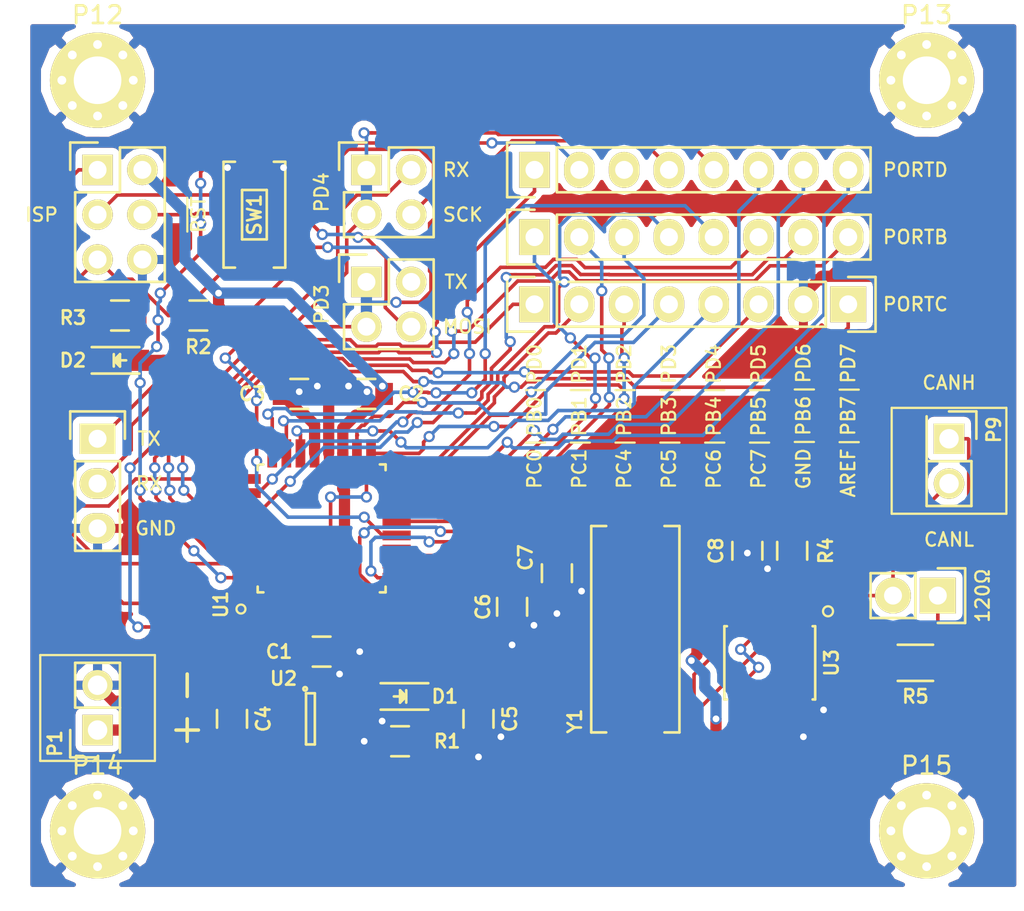
<source format=kicad_pcb>
(kicad_pcb (version 4) (host pcbnew 4.0.3-stable)
  (layers (0 F.Cu mixed) (31 B.Cu mixed) (35 F.Paste user) (37 F.SilkS user) (39 F.Mask user) (44 Edge.Cuts user))
  (net 0 "")
  (net 1 +5V)
  (net 2 GND)
  (net 3 /VIN)
  (net 4 "Net-(C6-Pad2)")
  (net 5 "Net-(C7-Pad2)")
  (net 6 "Net-(D1-Pad1)")
  (net 7 "Net-(D2-Pad1)")
  (net 8 /PB0)
  (net 9 /PB1)
  (net 10 /PB2)
  (net 11 /PB3)
  (net 12 /PB4)
  (net 13 /PB5)
  (net 14 /PB6)
  (net 15 /PB7)
  (net 16 /PC0)
  (net 17 /PC1)
  (net 18 /PC4)
  (net 19 /PC5)
  (net 20 /PC6)
  (net 21 /PC7)
  (net 22 /PD0)
  (net 23 /PD1)
  (net 24 AVR_MISO)
  (net 25 /PD3)
  (net 26 /PD4)
  (net 27 /PD5)
  (net 28 /PD6)
  (net 29 /PD7)
  (net 30 AVR_TX)
  (net 31 AVR_MOSI)
  (net 32 AVR_RX)
  (net 33 AVR_SCK)
  (net 34 "Net-(P7-Pad1)")
  (net 35 /CAN-)
  (net 36 ~AVR_RST)
  (net 37 /CAN+)
  (net 38 TXCAN)
  (net 39 RXCAN)
  (net 40 "Net-(U2-Pad4)")
  (net 41 /AREF)
  (module Housings_SOIC:SOIC-8_3.9x4.9mm_Pitch1.27mm (layer F.Cu) (at 96.52 73.66 270)
    (fp_text reference U3 (at 0 -3.5 270) (layer F.SilkS) (effects (font (size 0.762 0.762))))
    (fp_text value ATA6560)
    (pad 1 smd rect (at -2.7 -1.905 270) (size 1.55 0.6) (layers F.Cu F.Paste F.Mask) (net 38 TXCAN))
    (pad 2 smd rect (at -2.7 -0.635 270) (size 1.55 0.6) (layers F.Cu F.Paste F.Mask) (net 2 GND))
    (pad 3 smd rect (at -2.7 0.635 270) (size 1.55 0.6) (layers F.Cu F.Paste F.Mask) (net 1 +5V))
    (pad 4 smd rect (at -2.7 1.905 270) (size 1.55 0.6) (layers F.Cu F.Paste F.Mask) (net 39 RXCAN))
    (pad 5 smd rect (at 2.7 1.905 270) (size 1.55 0.6) (layers F.Cu F.Paste F.Mask) (net 1 +5V))
    (pad 6 smd rect (at 2.7 0.635 270) (size 1.55 0.6) (layers F.Cu F.Paste F.Mask) (net 35 /CAN-))
    (pad 7 smd rect (at 2.7 -0.635 270) (size 1.55 0.6) (layers F.Cu F.Paste F.Mask) (net 37 /CAN+))
    (pad 8 smd rect (at 2.7 -1.905 270) (size 1.55 0.6) (layers F.Cu F.Paste F.Mask) (net 2 GND))
  )
  (module Pin_Headers:Pin_Header_Straight_1x01 (layer F.Cu) (at 100.965 53.34 270)
    (fp_text reference P11 hide)
    (fp_text value AREF)
    (pad 1 thru_hole rect (at 0 0 270) (size 2.032 2.032) (drill 1.016) (layers *.Cu *.Mask F.SilkS) (net 41 /AREF))
  )
  (module Crystals:Crystal_HC49-SD_SMD (layer F.Cu) (at 88.9 71.755 90)
    (fp_text reference Y1 (at -5.207 -3.429 90) (layer F.SilkS) (effects (font (size 0.762 0.762))))
    (fp_text value 16MHz)
    (pad 1 smd rect (at -4.84886 0 90) (size 5.6007 2.10058) (layers F.Cu F.Paste F.Mask) (net 4 "Net-(C6-Pad2)"))
    (pad 2 smd rect (at 4.84886 0 90) (size 5.6007 2.10058) (layers F.Cu F.Paste F.Mask) (net 5 "Net-(C7-Pad2)"))
  )
  (module Housings_QFP:TQFP-32_7x7mm_Pitch0.8mm (layer F.Cu) (at 71.12 66.04 90)
    (fp_text reference U1 (at -4.318 -5.715 270) (layer F.SilkS) (effects (font (size 0.762 0.762))))
    (fp_text value ATMEGA32M1-A)
    (pad 1 smd rect (at -4.25 -2.8 90) (size 1.6 0.55) (layers F.Cu F.Paste F.Mask) (net 24 AVR_MISO))
    (pad 2 smd rect (at -4.25 -2 90) (size 1.6 0.55) (layers F.Cu F.Paste F.Mask) (net 25 /PD3))
    (pad 3 smd rect (at -4.25 -1.2 90) (size 1.6 0.55) (layers F.Cu F.Paste F.Mask) (net 17 /PC1))
    (pad 4 smd rect (at -4.25 -0.4 90) (size 1.6 0.55) (layers F.Cu F.Paste F.Mask) (net 1 +5V))
    (pad 5 smd rect (at -4.25 0.4 90) (size 1.6 0.55) (layers F.Cu F.Paste F.Mask) (net 2 GND))
    (pad 6 smd rect (at -4.25 1.2 90) (size 1.6 0.55) (layers F.Cu F.Paste F.Mask) (net 38 TXCAN))
    (pad 7 smd rect (at -4.25 2 90) (size 1.6 0.55) (layers F.Cu F.Paste F.Mask) (net 39 RXCAN))
    (pad 8 smd rect (at -4.25 2.8 90) (size 1.6 0.55) (layers F.Cu F.Paste F.Mask) (net 8 /PB0))
    (pad 9 smd rect (at -2.8 4.25 180) (size 1.6 0.55) (layers F.Cu F.Paste F.Mask) (net 9 /PB1))
    (pad 10 smd rect (at -2 4.25 180) (size 1.6 0.55) (layers F.Cu F.Paste F.Mask) (net 4 "Net-(C6-Pad2)"))
    (pad 11 smd rect (at -1.2 4.25 180) (size 1.6 0.55) (layers F.Cu F.Paste F.Mask) (net 5 "Net-(C7-Pad2)"))
    (pad 12 smd rect (at -0.4 4.25 180) (size 1.6 0.55) (layers F.Cu F.Paste F.Mask) (net 26 /PD4))
    (pad 13 smd rect (at 0.4 4.25 180) (size 1.6 0.55) (layers F.Cu F.Paste F.Mask) (net 27 /PD5))
    (pad 14 smd rect (at 1.2 4.25 180) (size 1.6 0.55) (layers F.Cu F.Paste F.Mask) (net 28 /PD6))
    (pad 15 smd rect (at 2 4.25 180) (size 1.6 0.55) (layers F.Cu F.Paste F.Mask) (net 29 /PD7))
    (pad 16 smd rect (at 2.8 4.25 180) (size 1.6 0.55) (layers F.Cu F.Paste F.Mask) (net 10 /PB2))
    (pad 17 smd rect (at 4.25 2.8 90) (size 1.6 0.55) (layers F.Cu F.Paste F.Mask) (net 18 /PC4))
    (pad 18 smd rect (at 4.25 2 90) (size 1.6 0.55) (layers F.Cu F.Paste F.Mask) (net 19 /PC5))
    (pad 19 smd rect (at 4.25 1.2 90) (size 1.6 0.55) (layers F.Cu F.Paste F.Mask) (net 1 +5V))
    (pad 20 smd rect (at 4.25 0.4 90) (size 1.6 0.55) (layers F.Cu F.Paste F.Mask) (net 2 GND))
    (pad 21 smd rect (at 4.25 -0.4 90) (size 1.6 0.55) (layers F.Cu F.Paste F.Mask) (net 41 /AREF))
    (pad 22 smd rect (at 4.25 -1.2 90) (size 1.6 0.55) (layers F.Cu F.Paste F.Mask) (net 20 /PC6))
    (pad 23 smd rect (at 4.25 -2 90) (size 1.6 0.55) (layers F.Cu F.Paste F.Mask) (net 11 /PB3))
    (pad 24 smd rect (at 4.25 -2.8 90) (size 1.6 0.55) (layers F.Cu F.Paste F.Mask) (net 12 /PB4))
    (pad 25 smd rect (at 2.8 -4.25 180) (size 1.6 0.55) (layers F.Cu F.Paste F.Mask) (net 21 /PC7))
    (pad 26 smd rect (at 2 -4.25 180) (size 1.6 0.55) (layers F.Cu F.Paste F.Mask) (net 13 /PB5))
    (pad 27 smd rect (at 1.2 -4.25 180) (size 1.6 0.55) (layers F.Cu F.Paste F.Mask) (net 14 /PB6))
    (pad 28 smd rect (at 0.4 -4.25 180) (size 1.6 0.55) (layers F.Cu F.Paste F.Mask) (net 15 /PB7))
    (pad 29 smd rect (at -0.4 -4.25 180) (size 1.6 0.55) (layers F.Cu F.Paste F.Mask) (net 22 /PD0))
    (pad 30 smd rect (at -1.2 -4.25 180) (size 1.6 0.55) (layers F.Cu F.Paste F.Mask) (net 16 /PC0))
    (pad 31 smd rect (at -2 -4.25 180) (size 1.6 0.55) (layers F.Cu F.Paste F.Mask) (net 36 ~AVR_RST))
    (pad 32 smd rect (at -2.8 -4.25 180) (size 1.6 0.55) (layers F.Cu F.Paste F.Mask) (net 23 /PD1))
  )
  (module Capacitors_SMD:C_0805 (layer F.Cu) (at 71.12 73.025)
    (fp_text reference C1 (at -2.413 0) (layer F.SilkS) (effects (font (size 0.762 0.762))))
    (fp_text value 100nF)
    (pad 1 smd rect (at -1 0) (size 1 1.25) (layers F.Cu F.Paste F.Mask) (net 1 +5V))
    (pad 2 smd rect (at 1 0) (size 1 1.25) (layers F.Cu F.Paste F.Mask) (net 2 GND))
  )
  (module Capacitors_SMD:C_0805 (layer F.Cu) (at 73.66 58.42 180)
    (fp_text reference C2 (at -2.54 0 180) (layer F.SilkS) (effects (font (size 0.762 0.762))))
    (fp_text value 100nF)
    (pad 1 smd rect (at -1 0 180) (size 1 1.25) (layers F.Cu F.Paste F.Mask) (net 1 +5V))
    (pad 2 smd rect (at 1 0 180) (size 1 1.25) (layers F.Cu F.Paste F.Mask) (net 2 GND))
  )
  (module Capacitors_SMD:C_0805 (layer F.Cu) (at 69.85 58.42)
    (fp_text reference C3 (at -2.667 0) (layer F.SilkS) (effects (font (size 0.762 0.762))))
    (fp_text value 100nF)
    (pad 1 smd rect (at -1 0) (size 1 1.25) (layers F.Cu F.Paste F.Mask) (net 41 /AREF))
    (pad 2 smd rect (at 1 0) (size 1 1.25) (layers F.Cu F.Paste F.Mask) (net 2 GND))
  )
  (module Capacitors_SMD:C_0805 (layer F.Cu) (at 66.04 76.835 90)
    (fp_text reference C4 (at 0 1.778 90) (layer F.SilkS) (effects (font (size 0.762 0.762))))
    (fp_text value 4.7uF)
    (pad 1 smd rect (at -1 0 90) (size 1 1.25) (layers F.Cu F.Paste F.Mask) (net 3 /VIN))
    (pad 2 smd rect (at 1 0 90) (size 1 1.25) (layers F.Cu F.Paste F.Mask) (net 2 GND))
  )
  (module Capacitors_SMD:C_0805 (layer F.Cu) (at 80.01 76.835 270)
    (fp_text reference C5 (at 0 -1.778 270) (layer F.SilkS) (effects (font (size 0.762 0.762))))
    (fp_text value 4.7uF)
    (pad 1 smd rect (at -1 0 270) (size 1 1.25) (layers F.Cu F.Paste F.Mask) (net 1 +5V))
    (pad 2 smd rect (at 1 0 270) (size 1 1.25) (layers F.Cu F.Paste F.Mask) (net 2 GND))
  )
  (module Capacitors_SMD:C_0805 (layer F.Cu) (at 81.915 70.485 90)
    (fp_text reference C6 (at 0 -1.651 90) (layer F.SilkS) (effects (font (size 0.762 0.762))))
    (fp_text value 18pF)
    (pad 1 smd rect (at -1 0 90) (size 1 1.25) (layers F.Cu F.Paste F.Mask) (net 2 GND))
    (pad 2 smd rect (at 1 0 90) (size 1 1.25) (layers F.Cu F.Paste F.Mask) (net 4 "Net-(C6-Pad2)"))
  )
  (module Capacitors_SMD:C_0805 (layer F.Cu) (at 84.455 68.58 90)
    (fp_text reference C7 (at 0.889 -1.778 90) (layer F.SilkS) (effects (font (size 0.762 0.762))))
    (fp_text value 18pF)
    (pad 1 smd rect (at -1 0 90) (size 1 1.25) (layers F.Cu F.Paste F.Mask) (net 2 GND))
    (pad 2 smd rect (at 1 0 90) (size 1 1.25) (layers F.Cu F.Paste F.Mask) (net 5 "Net-(C7-Pad2)"))
  )
  (module Capacitors_SMD:C_0805 (layer F.Cu) (at 95.25 67.31 270)
    (fp_text reference C8 (at 0 1.778 270) (layer F.SilkS) (effects (font (size 0.762 0.762))))
    (fp_text value 100nF)
    (pad 1 smd rect (at -1 0 270) (size 1 1.25) (layers F.Cu F.Paste F.Mask) (net 1 +5V))
    (pad 2 smd rect (at 1 0 270) (size 1 1.25) (layers F.Cu F.Paste F.Mask) (net 2 GND))
  )
  (module LEDs:LED_0805 (layer F.Cu) (at 75.565 75.565 180)
    (fp_text reference D1 (at -2.54 0 180) (layer F.SilkS) (effects (font (size 0.762 0.762))))
    (fp_text value POWER_LED)
    (pad 2 smd rect (at 1.04902 0) (size 1.19888 1.19888) (layers F.Cu F.Paste F.Mask) (net 1 +5V))
    (pad 1 smd rect (at -1.04902 0) (size 1.19888 1.19888) (layers F.Cu F.Paste F.Mask) (net 6 "Net-(D1-Pad1)"))
  )
  (module LEDs:LED_0805 (layer F.Cu) (at 59.69 56.515)
    (fp_text reference D2 (at -2.667 0) (layer F.SilkS) (effects (font (size 0.762 0.762))))
    (fp_text value STATUS_LED)
    (pad 2 smd rect (at 1.04902 0 180) (size 1.19888 1.19888) (layers F.Cu F.Paste F.Mask) (net 1 +5V))
    (pad 1 smd rect (at -1.04902 0 180) (size 1.19888 1.19888) (layers F.Cu F.Paste F.Mask) (net 7 "Net-(D2-Pad1)"))
  )
  (module FritzLib:2x01_ScrewTerm (layer F.Cu) (at 58.42 77.47 90)
    (fp_text reference P1 (at -0.762 -2.413 90) (layer F.SilkS) (effects (font (size 0.762 0.762))))
    (fp_text value VIN)
    (pad 1 thru_hole rect (at 0 0 90) (size 1.7272 1.7272) (drill 1.1) (layers *.Cu *.Mask F.SilkS) (net 3 /VIN))
    (pad 2 thru_hole oval (at 2.54 0 90) (size 1.7272 1.7272) (drill 1.1) (layers *.Cu *.Mask F.SilkS) (net 2 GND))
  )
  (module Pin_Headers:Pin_Header_Straight_1x08 (layer F.Cu) (at 83.185 49.53 90)
    (fp_text reference P2 hide)
    (fp_text value PORTB)
    (pad 1 thru_hole rect (at 0 0 90) (size 2.032 1.7272) (drill 1.016) (layers *.Cu *.Mask F.SilkS) (net 8 /PB0))
    (pad 2 thru_hole oval (at 0 2.54 90) (size 2.032 1.7272) (drill 1.016) (layers *.Cu *.Mask F.SilkS) (net 9 /PB1))
    (pad 3 thru_hole oval (at 0 5.08 90) (size 2.032 1.7272) (drill 1.016) (layers *.Cu *.Mask F.SilkS) (net 10 /PB2))
    (pad 4 thru_hole oval (at 0 7.62 90) (size 2.032 1.7272) (drill 1.016) (layers *.Cu *.Mask F.SilkS) (net 11 /PB3))
    (pad 5 thru_hole oval (at 0 10.16 90) (size 2.032 1.7272) (drill 1.016) (layers *.Cu *.Mask F.SilkS) (net 12 /PB4))
    (pad 6 thru_hole oval (at 0 12.7 90) (size 2.032 1.7272) (drill 1.016) (layers *.Cu *.Mask F.SilkS) (net 13 /PB5))
    (pad 7 thru_hole oval (at 0 15.24 90) (size 2.032 1.7272) (drill 1.016) (layers *.Cu *.Mask F.SilkS) (net 14 /PB6))
    (pad 8 thru_hole oval (at 0 17.78 90) (size 2.032 1.7272) (drill 1.016) (layers *.Cu *.Mask F.SilkS) (net 15 /PB7))
  )
  (module Pin_Headers:Pin_Header_Straight_1x07 (layer F.Cu) (at 83.185 53.34 90)
    (fp_text reference P3 hide)
    (fp_text value PORTC)
    (pad 1 thru_hole rect (at 0 0 90) (size 2.032 1.7272) (drill 1.016) (layers *.Cu *.Mask F.SilkS) (net 16 /PC0))
    (pad 2 thru_hole oval (at 0 2.54 90) (size 2.032 1.7272) (drill 1.016) (layers *.Cu *.Mask F.SilkS) (net 17 /PC1))
    (pad 3 thru_hole oval (at 0 5.08 90) (size 2.032 1.7272) (drill 1.016) (layers *.Cu *.Mask F.SilkS) (net 18 /PC4))
    (pad 4 thru_hole oval (at 0 7.62 90) (size 2.032 1.7272) (drill 1.016) (layers *.Cu *.Mask F.SilkS) (net 19 /PC5))
    (pad 5 thru_hole oval (at 0 10.16 90) (size 2.032 1.7272) (drill 1.016) (layers *.Cu *.Mask F.SilkS) (net 20 /PC6))
    (pad 6 thru_hole oval (at 0 12.7 90) (size 2.032 1.7272) (drill 1.016) (layers *.Cu *.Mask F.SilkS) (net 21 /PC7))
    (pad 7 thru_hole oval (at 0 15.24 90) (size 2.032 1.7272) (drill 1.016) (layers *.Cu *.Mask F.SilkS) (net 2 GND))
  )
  (module Pin_Headers:Pin_Header_Straight_1x08 (layer F.Cu) (at 83.185 45.72 90)
    (fp_text reference P4 hide)
    (fp_text value PORTD)
    (pad 1 thru_hole rect (at 0 0 90) (size 2.032 1.7272) (drill 1.016) (layers *.Cu *.Mask F.SilkS) (net 22 /PD0))
    (pad 2 thru_hole oval (at 0 2.54 90) (size 2.032 1.7272) (drill 1.016) (layers *.Cu *.Mask F.SilkS) (net 23 /PD1))
    (pad 3 thru_hole oval (at 0 5.08 90) (size 2.032 1.7272) (drill 1.016) (layers *.Cu *.Mask F.SilkS) (net 24 AVR_MISO))
    (pad 4 thru_hole oval (at 0 7.62 90) (size 2.032 1.7272) (drill 1.016) (layers *.Cu *.Mask F.SilkS) (net 25 /PD3))
    (pad 5 thru_hole oval (at 0 10.16 90) (size 2.032 1.7272) (drill 1.016) (layers *.Cu *.Mask F.SilkS) (net 26 /PD4))
    (pad 6 thru_hole oval (at 0 12.7 90) (size 2.032 1.7272) (drill 1.016) (layers *.Cu *.Mask F.SilkS) (net 27 /PD5))
    (pad 7 thru_hole oval (at 0 15.24 90) (size 2.032 1.7272) (drill 1.016) (layers *.Cu *.Mask F.SilkS) (net 28 /PD6))
    (pad 8 thru_hole oval (at 0 17.78 90) (size 2.032 1.7272) (drill 1.016) (layers *.Cu *.Mask F.SilkS) (net 29 /PD7))
  )
  (module Pin_Headers:Pin_Header_Straight_2x02 (layer F.Cu) (at 73.66 52.07)
    (fp_text reference P5 hide)
    (fp_text value PD3)
    (pad 1 thru_hole rect (at 0 0) (size 1.7272 1.7272) (drill 1.016) (layers *.Cu *.Mask F.SilkS) (net 25 /PD3))
    (pad 2 thru_hole oval (at 2.54 0) (size 1.7272 1.7272) (drill 1.016) (layers *.Cu *.Mask F.SilkS) (net 30 AVR_TX))
    (pad 3 thru_hole oval (at 0 2.54) (size 1.7272 1.7272) (drill 1.016) (layers *.Cu *.Mask F.SilkS) (net 25 /PD3))
    (pad 4 thru_hole oval (at 2.54 2.54) (size 1.7272 1.7272) (drill 1.016) (layers *.Cu *.Mask F.SilkS) (net 31 AVR_MOSI))
  )
  (module Pin_Headers:Pin_Header_Straight_2x02 (layer F.Cu) (at 73.66 45.72)
    (fp_text reference P6 hide)
    (fp_text value PD4)
    (pad 1 thru_hole rect (at 0 0) (size 1.7272 1.7272) (drill 1.016) (layers *.Cu *.Mask F.SilkS) (net 26 /PD4))
    (pad 2 thru_hole oval (at 2.54 0) (size 1.7272 1.7272) (drill 1.016) (layers *.Cu *.Mask F.SilkS) (net 32 AVR_RX))
    (pad 3 thru_hole oval (at 0 2.54) (size 1.7272 1.7272) (drill 1.016) (layers *.Cu *.Mask F.SilkS) (net 26 /PD4))
    (pad 4 thru_hole oval (at 2.54 2.54) (size 1.7272 1.7272) (drill 1.016) (layers *.Cu *.Mask F.SilkS) (net 33 AVR_SCK))
  )
  (module Pin_Headers:Pin_Header_Straight_1x02 (layer F.Cu) (at 106.045 69.85 270)
    (fp_text reference P7 hide)
    (fp_text value CAN_R)
    (pad 1 thru_hole rect (at 0 0 270) (size 2.032 2.032) (drill 1.016) (layers *.Cu *.Mask F.SilkS) (net 34 "Net-(P7-Pad1)"))
    (pad 2 thru_hole oval (at 0 2.54 270) (size 2.032 2.032) (drill 1.016) (layers *.Cu *.Mask F.SilkS) (net 35 /CAN-))
  )
  (module Pin_Headers:Pin_Header_Straight_2x03 (layer F.Cu) (at 58.42 45.72)
    (fp_text reference P8 hide)
    (fp_text value ISP)
    (pad 1 thru_hole rect (at 0 0) (size 1.7272 1.7272) (drill 1.016) (layers *.Cu *.Mask F.SilkS) (net 24 AVR_MISO))
    (pad 2 thru_hole oval (at 2.54 0) (size 1.7272 1.7272) (drill 1.016) (layers *.Cu *.Mask F.SilkS) (net 1 +5V))
    (pad 3 thru_hole oval (at 0 2.54) (size 1.7272 1.7272) (drill 1.016) (layers *.Cu *.Mask F.SilkS) (net 33 AVR_SCK))
    (pad 4 thru_hole oval (at 2.54 2.54) (size 1.7272 1.7272) (drill 1.016) (layers *.Cu *.Mask F.SilkS) (net 31 AVR_MOSI))
    (pad 5 thru_hole oval (at 0 5.08) (size 1.7272 1.7272) (drill 1.016) (layers *.Cu *.Mask F.SilkS) (net 36 ~AVR_RST))
    (pad 6 thru_hole oval (at 2.54 5.08) (size 1.7272 1.7272) (drill 1.016) (layers *.Cu *.Mask F.SilkS) (net 2 GND))
  )
  (module FritzLib:2x01_ScrewTerm (layer F.Cu) (at 106.68 60.96 270)
    (fp_text reference P9 (at -0.508 -2.54 270) (layer F.SilkS) (effects (font (size 0.762 0.762))))
    (fp_text value CAN)
    (pad 1 thru_hole rect (at 0 0 270) (size 1.7272 1.7272) (drill 1.1) (layers *.Cu *.Mask F.SilkS) (net 37 /CAN+))
    (pad 2 thru_hole oval (at 2.54 0 270) (size 1.7272 1.7272) (drill 1.1) (layers *.Cu *.Mask F.SilkS) (net 35 /CAN-))
  )
  (module Pin_Headers:Pin_Header_Straight_1x03 (layer F.Cu) (at 58.42 60.96)
    (fp_text reference P10 hide)
    (fp_text value UART)
    (pad 1 thru_hole rect (at 0 0) (size 2.032 1.7272) (drill 1.016) (layers *.Cu *.Mask F.SilkS) (net 30 AVR_TX))
    (pad 2 thru_hole oval (at 0 2.54) (size 2.032 1.7272) (drill 1.016) (layers *.Cu *.Mask F.SilkS) (net 32 AVR_RX))
    (pad 3 thru_hole oval (at 0 5.08) (size 2.032 1.7272) (drill 1.016) (layers *.Cu *.Mask F.SilkS) (net 2 GND))
  )
  (module Buttons_Switches_SMD:SW_SPST_EVQPE1 (layer F.Cu) (at 67.31 48.26 270)
    (fp_text reference SW1 (at 0 0 270) (layer F.SilkS) (effects (font (size 0.762 0.762))))
    (fp_text value ~RESET)
    (pad 2 smd rect (at 2.7 0 270) (size 2 1.6) (layers F.Cu F.Paste F.Mask) (net 36 ~AVR_RST))
    (pad 1 smd rect (at -2.7 0 270) (size 2 1.6) (layers F.Cu F.Paste F.Mask) (net 2 GND))
  )
  (module TO_SOT_Packages_SMD:SOT-23-5 (layer F.Cu) (at 70.485 76.835)
    (fp_text reference U2 (at -1.524 -2.286) (layer F.SilkS) (effects (font (size 0.762 0.762))))
    (fp_text value MIC5235)
    (pad 1 smd rect (at -1.1 -0.95) (size 1.06 0.65) (layers F.Cu F.Paste F.Mask) (net 3 /VIN))
    (pad 2 smd rect (at -1.1 0) (size 1.06 0.65) (layers F.Cu F.Paste F.Mask) (net 2 GND))
    (pad 3 smd rect (at -1.1 0.95) (size 1.06 0.65) (layers F.Cu F.Paste F.Mask) (net 3 /VIN))
    (pad 4 smd rect (at 1.1 0.95) (size 1.06 0.65) (layers F.Cu F.Paste F.Mask) (net 40 "Net-(U2-Pad4)"))
    (pad 5 smd rect (at 1.1 -0.95) (size 1.06 0.65) (layers F.Cu F.Paste F.Mask) (net 1 +5V))
  )
  (module Capacitors_SMD:C_0805 (layer F.Cu) (at 75.565 78.105)
    (fp_text reference R1 (at 2.667 0) (layer F.SilkS) (effects (font (size 0.762 0.762))))
    (fp_text value 470)
    (pad 1 smd rect (at -1 0) (size 1 1.25) (layers F.Cu F.Paste F.Mask) (net 2 GND))
    (pad 2 smd rect (at 1 0) (size 1 1.25) (layers F.Cu F.Paste F.Mask) (net 6 "Net-(D1-Pad1)"))
  )
  (module Capacitors_SMD:C_0805 (layer F.Cu) (at 64.135 53.975 180)
    (fp_text reference R2 (at 0 -1.778 180) (layer F.SilkS) (effects (font (size 0.762 0.762))))
    (fp_text value 10k)
    (pad 1 smd rect (at -1 0 180) (size 1 1.25) (layers F.Cu F.Paste F.Mask) (net 1 +5V))
    (pad 2 smd rect (at 1 0 180) (size 1 1.25) (layers F.Cu F.Paste F.Mask) (net 36 ~AVR_RST))
  )
  (module Capacitors_SMD:C_0805 (layer F.Cu) (at 59.69 53.975 180)
    (fp_text reference R3 (at 2.667 -0.127 180) (layer F.SilkS) (effects (font (size 0.762 0.762))))
    (fp_text value 470)
    (pad 1 smd rect (at -1 0 180) (size 1 1.25) (layers F.Cu F.Paste F.Mask) (net 21 /PC7))
    (pad 2 smd rect (at 1 0 180) (size 1 1.25) (layers F.Cu F.Paste F.Mask) (net 7 "Net-(D2-Pad1)"))
  )
  (module Capacitors_SMD:C_0805 (layer F.Cu) (at 97.79 67.31 270)
    (fp_text reference R4 (at 0 -1.905 270) (layer F.SilkS) (effects (font (size 0.762 0.762))))
    (fp_text value 10k)
    (pad 1 smd rect (at -1 0 270) (size 1 1.25) (layers F.Cu F.Paste F.Mask) (net 1 +5V))
    (pad 2 smd rect (at 1 0 270) (size 1 1.25) (layers F.Cu F.Paste F.Mask) (net 38 TXCAN))
  )
  (module Capacitors_SMD:C_1206 (layer F.Cu) (at 104.775 73.66)
    (fp_text reference R5 (at 0 1.905) (layer F.SilkS) (effects (font (size 0.762 0.762))))
    (fp_text value 120)
    (pad 1 smd rect (at -1.5 0) (size 1 1.6) (layers F.Cu F.Paste F.Mask) (net 34 "Net-(P7-Pad1)"))
    (pad 2 smd rect (at 1.5 0) (size 1 1.6) (layers F.Cu F.Paste F.Mask) (net 37 /CAN+))
  )
  (module Mounting_Holes:MountingHole_2.7mm_M2.5_Pad_Via (layer F.Cu) (at 58.42 40.64)
    (fp_text reference P12 (at 0 -3.7) (layer F.SilkS))
    (fp_text value "Mounting Hole")
    (pad 1 thru_hole circle (at 0 0) (size 5.4 5.4) (drill 2.7) (layers *.Cu *.Mask F.SilkS) (net 2 GND))
    (pad "" thru_hole circle (at 2.025 0) (size 0.6 0.6) (drill 0.5) (layers *.Cu *.Mask))
    (pad "" thru_hole circle (at 1.431891 1.431891) (size 0.6 0.6) (drill 0.5) (layers *.Cu *.Mask))
    (pad "" thru_hole circle (at 0 2.025) (size 0.6 0.6) (drill 0.5) (layers *.Cu *.Mask))
    (pad "" thru_hole circle (at -1.431891 1.431891) (size 0.6 0.6) (drill 0.5) (layers *.Cu *.Mask))
    (pad "" thru_hole circle (at -2.025 0) (size 0.6 0.6) (drill 0.5) (layers *.Cu *.Mask))
    (pad "" thru_hole circle (at -1.431891 -1.431891) (size 0.6 0.6) (drill 0.5) (layers *.Cu *.Mask))
    (pad "" thru_hole circle (at 0 -2.025) (size 0.6 0.6) (drill 0.5) (layers *.Cu *.Mask))
    (pad "" thru_hole circle (at 1.431891 -1.431891) (size 0.6 0.6) (drill 0.5) (layers *.Cu *.Mask))
  )
  (module Mounting_Holes:MountingHole_2.7mm_M2.5_Pad_Via (layer F.Cu) (at 105.41 40.64)
    (fp_text reference P13 (at 0 -3.7) (layer F.SilkS))
    (fp_text value "Mounting Hole")
    (pad 1 thru_hole circle (at 0 0) (size 5.4 5.4) (drill 2.7) (layers *.Cu *.Mask F.SilkS) (net 2 GND))
    (pad "" thru_hole circle (at 2.025 0) (size 0.6 0.6) (drill 0.5) (layers *.Cu *.Mask))
    (pad "" thru_hole circle (at 1.431891 1.431891) (size 0.6 0.6) (drill 0.5) (layers *.Cu *.Mask))
    (pad "" thru_hole circle (at 0 2.025) (size 0.6 0.6) (drill 0.5) (layers *.Cu *.Mask))
    (pad "" thru_hole circle (at -1.431891 1.431891) (size 0.6 0.6) (drill 0.5) (layers *.Cu *.Mask))
    (pad "" thru_hole circle (at -2.025 0) (size 0.6 0.6) (drill 0.5) (layers *.Cu *.Mask))
    (pad "" thru_hole circle (at -1.431891 -1.431891) (size 0.6 0.6) (drill 0.5) (layers *.Cu *.Mask))
    (pad "" thru_hole circle (at 0 -2.025) (size 0.6 0.6) (drill 0.5) (layers *.Cu *.Mask))
    (pad "" thru_hole circle (at 1.431891 -1.431891) (size 0.6 0.6) (drill 0.5) (layers *.Cu *.Mask))
  )
  (module Mounting_Holes:MountingHole_2.7mm_M2.5_Pad_Via (layer F.Cu) (at 58.42 83.185)
    (fp_text reference P14 (at 0 -3.7) (layer F.SilkS))
    (fp_text value "Mounting Hole")
    (pad 1 thru_hole circle (at 0 0) (size 5.4 5.4) (drill 2.7) (layers *.Cu *.Mask F.SilkS) (net 2 GND))
    (pad "" thru_hole circle (at 2.025 0) (size 0.6 0.6) (drill 0.5) (layers *.Cu *.Mask))
    (pad "" thru_hole circle (at 1.431891 1.431891) (size 0.6 0.6) (drill 0.5) (layers *.Cu *.Mask))
    (pad "" thru_hole circle (at 0 2.025) (size 0.6 0.6) (drill 0.5) (layers *.Cu *.Mask))
    (pad "" thru_hole circle (at -1.431891 1.431891) (size 0.6 0.6) (drill 0.5) (layers *.Cu *.Mask))
    (pad "" thru_hole circle (at -2.025 0) (size 0.6 0.6) (drill 0.5) (layers *.Cu *.Mask))
    (pad "" thru_hole circle (at -1.431891 -1.431891) (size 0.6 0.6) (drill 0.5) (layers *.Cu *.Mask))
    (pad "" thru_hole circle (at 0 -2.025) (size 0.6 0.6) (drill 0.5) (layers *.Cu *.Mask))
    (pad "" thru_hole circle (at 1.431891 -1.431891) (size 0.6 0.6) (drill 0.5) (layers *.Cu *.Mask))
  )
  (module Mounting_Holes:MountingHole_2.7mm_M2.5_Pad_Via (layer F.Cu) (at 105.41 83.185)
    (fp_text reference P15 (at 0 -3.7) (layer F.SilkS))
    (fp_text value "Mounting Hole")
    (pad 1 thru_hole circle (at 0 0) (size 5.4 5.4) (drill 2.7) (layers *.Cu *.Mask F.SilkS) (net 2 GND))
    (pad "" thru_hole circle (at 2.025 0) (size 0.6 0.6) (drill 0.5) (layers *.Cu *.Mask))
    (pad "" thru_hole circle (at 1.431891 1.431891) (size 0.6 0.6) (drill 0.5) (layers *.Cu *.Mask))
    (pad "" thru_hole circle (at 0 2.025) (size 0.6 0.6) (drill 0.5) (layers *.Cu *.Mask))
    (pad "" thru_hole circle (at -1.431891 1.431891) (size 0.6 0.6) (drill 0.5) (layers *.Cu *.Mask))
    (pad "" thru_hole circle (at -2.025 0) (size 0.6 0.6) (drill 0.5) (layers *.Cu *.Mask))
    (pad "" thru_hole circle (at -1.431891 -1.431891) (size 0.6 0.6) (drill 0.5) (layers *.Cu *.Mask))
    (pad "" thru_hole circle (at 0 -2.025) (size 0.6 0.6) (drill 0.5) (layers *.Cu *.Mask))
    (pad "" thru_hole circle (at 1.431891 -1.431891) (size 0.6 0.6) (drill 0.5) (layers *.Cu *.Mask))
  )
  (gr_text 120Ω (at 108.585 69.85 90) (layer F.SilkS) (effects (font (size 0.762 0.762) (thickness 0.127))))
  (gr_text PD3 (at 71.12 53.34 90) (layer F.SilkS) (effects (font (size 0.762 0.762) (thickness 0.127))))
  (gr_text PD4 (at 71.12 46.99 90) (layer F.SilkS) (effects (font (size 0.762 0.762) (thickness 0.127))))
  (gr_text ISP (at 55.245 48.26 360) (layer F.SilkS) (effects (font (size 0.762 0.762) (thickness 0.127))))
  (gr_text ~RST (at 64.135 48.26 90) (layer F.SilkS) (effects (font (size 0.762 0.762) (thickness 0.127))))
  (gr_text CANL (at 106.68 66.675) (layer F.SilkS) (effects (font (size 0.762 0.762) (thickness 0.127))))
  (gr_text CANH (at 106.68 57.785) (layer F.SilkS) (effects (font (size 0.762 0.762) (thickness 0.127))))
  (gr_text GND (at 61.722 66.04) (layer F.SilkS) (effects (font (size 0.762 0.762) (thickness 0.127))))
  (gr_text RX (at 61.341 63.5) (layer F.SilkS) (effects (font (size 0.762 0.762) (thickness 0.127))))
  (gr_text TX (at 61.341 60.96) (layer F.SilkS) (effects (font (size 0.762 0.762) (thickness 0.127))))
  (gr_line (start 64.135 77.47) (end 62.865 77.47) (layer F.SilkS) (width 0.2))
  (gr_line (start 63.5 76.835) (end 63.5 78.105) (layer F.SilkS) (width 0.2))
  (gr_line (start 63.5 74.295) (end 63.5 75.565) (layer F.SilkS) (width 0.2))
  (gr_text PORTC (at 104.775 53.34) (layer F.SilkS) (effects (font (size 0.762 0.762) (thickness 0.127))))
  (gr_text PORTB (at 104.775 49.53) (layer F.SilkS) (effects (font (size 0.762 0.762) (thickness 0.127))))
  (gr_text PORTD (at 104.775 45.72 360) (layer F.SilkS) (effects (font (size 0.762 0.762) (thickness 0.127))))
  (gr_text RX (at 78.74 45.72) (layer F.SilkS) (effects (font (size 0.762 0.762) (thickness 0.127))))
  (gr_text SCK (at 79.121 48.26) (layer F.SilkS) (effects (font (size 0.762 0.762) (thickness 0.127))))
  (gr_text TX (at 78.74 52.07) (layer F.SilkS) (effects (font (size 0.762 0.762) (thickness 0.127))))
  (gr_text MOSI (at 79.375 54.61) (layer F.SilkS) (effects (font (size 0.762 0.762) (thickness 0.127))))
  (gr_text AREF|PB7|PD7 (at 100.965 59.9186 90) (layer F.SilkS) (effects (font (size 0.762 0.762) (thickness 0.127))))
  (gr_text GND|PB6|PD6 (at 98.425 59.69 90) (layer F.SilkS) (effects (font (size 0.762 0.762) (thickness 0.127))))
  (gr_text PC7|PB5|PD5 (at 95.885 59.69 90) (layer F.SilkS) (effects (font (size 0.762 0.762) (thickness 0.127))))
  (gr_text PC6|PB4|PD4 (at 93.345 59.69 90) (layer F.SilkS) (effects (font (size 0.762 0.762) (thickness 0.127))))
  (gr_text PC5|PB3|PD3 (at 90.805 59.69 90) (layer F.SilkS) (effects (font (size 0.762 0.762) (thickness 0.127))))
  (gr_text PC4|PB2|PD2 (at 88.265 59.69 90) (layer F.SilkS) (effects (font (size 0.762 0.762) (thickness 0.127))))
  (gr_text PC1|PB1|PD1 (at 85.725 59.69 90) (layer F.SilkS) (effects (font (size 0.762 0.762) (thickness 0.127))))
  (gr_text PC0|PB0|PD0 (at 83.185 59.69 90) (layer F.SilkS) (effects (font (size 0.762 0.762) (thickness 0.127))))
  (segment (start 74.66 58.545) (end 74.66 58.42) (width 0.635) (layer F.Cu) (net 1))
  (segment (start 73.804272 59.11849) (end 74.08651 59.11849) (width 0.635) (layer F.Cu) (net 1))
  (segment (start 74.08651 59.11849) (end 74.66 58.545) (width 0.635) (layer F.Cu) (net 1))
  (segment (start 73.04851 59.62649) (end 73.296272 59.62649) (width 0.635) (layer F.Cu) (net 1))
  (segment (start 72.32 60.355) (end 73.04851 59.62649) (width 0.635) (layer F.Cu) (net 1))
  (segment (start 73.296272 59.62649) (end 73.804272 59.11849) (width 0.635) (layer F.Cu) (net 1))
  (segment (start 72.32 61.79) (end 72.32 60.355) (width 0.635) (layer F.Cu) (net 1))
  (segment (start 74.244305 57.658011) (end 74.561804 57.97551) (width 0.635) (layer B.Cu) (net 1))
  (segment (start 74.561804 58.321804) (end 74.561804 57.97551) (width 0.635) (layer F.Cu) (net 1))
  (via (at 74.561804 57.97551) (size 0.635) (drill 0.381) (layers F.Cu B.Cu) (net 1))
  (segment (start 65.278 52.705) (end 69.291294 52.705) (width 0.635) (layer B.Cu) (net 1))
  (segment (start 74.66 58.42) (end 74.561804 58.321804) (width 0.635) (layer F.Cu) (net 1))
  (segment (start 69.291294 52.705) (end 74.244305 57.658011) (width 0.635) (layer B.Cu) (net 1))
  (segment (start 62.595 56.515) (end 65.135 53.975) (width 0.635) (layer F.Cu) (net 1))
  (segment (start 62.14906 56.519589) (end 62.153649 56.515) (width 0.635) (layer F.Cu) (net 1))
  (segment (start 60.743609 56.519589) (end 62.14906 56.519589) (width 0.635) (layer F.Cu) (net 1))
  (segment (start 60.73902 56.515) (end 60.743609 56.519589) (width 0.635) (layer F.Cu) (net 1))
  (segment (start 62.153649 56.515) (end 62.595 56.515) (width 0.635) (layer F.Cu) (net 1))
  (segment (start 70.72 69.169178) (end 70.72 70.29) (width 0.635) (layer F.Cu) (net 1))
  (segment (start 72.415401 67.473777) (end 70.72 69.169178) (width 0.635) (layer F.Cu) (net 1))
  (segment (start 72.415401 63.884047) (end 72.415401 67.473777) (width 0.635) (layer F.Cu) (net 1))
  (segment (start 72.32 63.788646) (end 72.415401 63.884047) (width 0.635) (layer F.Cu) (net 1))
  (segment (start 72.32 61.79) (end 72.32 63.788646) (width 0.635) (layer F.Cu) (net 1))
  (segment (start 93.472 78.278238) (end 93.472 77.284012) (width 0.635) (layer F.Cu) (net 1))
  (segment (start 90.813116 80.937122) (end 93.472 78.278238) (width 0.635) (layer F.Cu) (net 1))
  (segment (start 80.01 75.835) (end 82.011761 75.835) (width 0.635) (layer F.Cu) (net 1))
  (segment (start 93.472 77.284012) (end 93.472 76.835) (width 0.635) (layer F.Cu) (net 1))
  (segment (start 82.011761 75.835) (end 87.113883 80.937122) (width 0.635) (layer F.Cu) (net 1))
  (segment (start 87.113883 80.937122) (end 90.813116 80.937122) (width 0.635) (layer F.Cu) (net 1))
  (segment (start 92.392499 69.042501) (end 95.125 66.31) (width 0.635) (layer F.Cu) (net 1))
  (segment (start 93.99 69.098) (end 93.99 67.445) (width 0.635) (layer F.Cu) (net 1))
  (segment (start 92.075 73.533) (end 92.392499 73.215501) (width 0.635) (layer F.Cu) (net 1))
  (segment (start 95.125 66.31) (end 95.25 66.31) (width 0.635) (layer F.Cu) (net 1))
  (segment (start 92.392499 73.215501) (end 92.392499 69.042501) (width 0.635) (layer F.Cu) (net 1))
  (segment (start 92.329 73.787) (end 92.075 73.533) (width 0.635) (layer B.Cu) (net 1))
  (via (at 92.075 73.533) (size 0.635) (drill 0.381) (layers F.Cu B.Cu) (net 1))
  (segment (start 92.837 74.295) (end 92.329 73.787) (width 0.635) (layer B.Cu) (net 1))
  (segment (start 92.837 74.422) (end 92.837 74.295) (width 0.635) (layer B.Cu) (net 1))
  (segment (start 92.837 75.057) (end 92.837 74.422) (width 0.635) (layer B.Cu) (net 1))
  (segment (start 93.472 75.692) (end 92.837 75.057) (width 0.635) (layer B.Cu) (net 1))
  (segment (start 93.472 76.835) (end 93.472 75.692) (width 0.635) (layer B.Cu) (net 1))
  (via (at 93.472 76.835) (size 0.635) (drill 0.381) (layers F.Cu B.Cu) (net 1))
  (segment (start 94.869 72.898) (end 95.885 71.882) (width 0.2032) (layer F.Cu) (net 1))
  (segment (start 95.885 71.882) (end 95.885 70.96) (width 0.2032) (layer F.Cu) (net 1))
  (segment (start 94.996 73.025) (end 94.869 72.898) (width 0.2032) (layer B.Cu) (net 1))
  (via (at 94.869 72.898) (size 0.635) (drill 0.381) (layers F.Cu B.Cu) (net 1))
  (segment (start 95.885 73.914) (end 94.996 73.025) (width 0.2032) (layer B.Cu) (net 1))
  (segment (start 94.615 76.36) (end 94.615 75.184) (width 0.2032) (layer F.Cu) (net 1))
  (segment (start 94.615 75.184) (end 95.885 73.914) (width 0.2032) (layer F.Cu) (net 1))
  (via (at 95.885 73.914) (size 0.635) (drill 0.381) (layers F.Cu B.Cu) (net 1))
  (segment (start 94.171901 69.279901) (end 93.99 69.098) (width 0.635) (layer F.Cu) (net 1))
  (segment (start 93.99 67.445) (end 95.125 66.31) (width 0.635) (layer F.Cu) (net 1))
  (segment (start 95.885 70.96) (end 95.885 70.485) (width 0.635) (layer F.Cu) (net 1))
  (segment (start 95.885 70.485) (end 94.679901 69.279901) (width 0.635) (layer F.Cu) (net 1))
  (segment (start 94.679901 69.279901) (end 94.171901 69.279901) (width 0.635) (layer F.Cu) (net 1))
  (segment (start 97.79 66.31) (end 95.25 66.31) (width 0.635) (layer F.Cu) (net 1))
  (segment (start 65.278 52.705) (end 65.278 53.832) (width 0.635) (layer F.Cu) (net 1))
  (segment (start 65.278 53.832) (end 65.135 53.975) (width 0.635) (layer F.Cu) (net 1))
  (segment (start 63.373 48.133) (end 63.373 50.8) (width 0.635) (layer B.Cu) (net 1))
  (segment (start 63.373 50.8) (end 65.278 52.705) (width 0.635) (layer B.Cu) (net 1))
  (via (at 65.278 52.705) (size 0.635) (drill 0.381) (layers F.Cu B.Cu) (net 1))
  (segment (start 60.96 45.72) (end 63.373 48.133) (width 0.635) (layer B.Cu) (net 1))
  (segment (start 80.01 75.835) (end 79.885 75.835) (width 0.635) (layer F.Cu) (net 1))
  (segment (start 79.885 75.835) (end 78.345 74.295) (width 0.635) (layer F.Cu) (net 1))
  (segment (start 78.345 74.295) (end 75.311 74.295) (width 0.635) (layer F.Cu) (net 1))
  (segment (start 75.311 74.295) (end 74.51598 75.09002) (width 0.635) (layer F.Cu) (net 1))
  (segment (start 74.51598 75.09002) (end 74.51598 75.565) (width 0.635) (layer F.Cu) (net 1))
  (segment (start 70.72 70.29) (end 70.72 72.425) (width 0.635) (layer F.Cu) (net 1))
  (segment (start 70.72 72.425) (end 70.12 73.025) (width 0.635) (layer F.Cu) (net 1))
  (segment (start 70.12 73.025) (end 70.12 74.42) (width 0.635) (layer F.Cu) (net 1))
  (segment (start 70.12 74.42) (end 71.585 75.885) (width 0.635) (layer F.Cu) (net 1))
  (segment (start 71.585 75.885) (end 74.19598 75.885) (width 0.635) (layer F.Cu) (net 1))
  (segment (start 74.19598 75.885) (end 74.51598 75.565) (width 0.635) (layer F.Cu) (net 1))
  (segment (start 104.711499 51.752499) (end 99.471479 51.752499) (width 0.635) (layer F.Cu) (net 2))
  (segment (start 99.471479 51.752499) (end 98.425 52.798978) (width 0.635) (layer F.Cu) (net 2))
  (segment (start 98.425 52.798978) (end 98.425 53.34) (width 0.635) (layer F.Cu) (net 2))
  (segment (start 104.711499 51.752499) (end 106.045 53.086) (width 0.635) (layer F.Cu) (net 2))
  (segment (start 72.787 58.293) (end 73.241086 58.293) (width 0.635) (layer F.Cu) (net 2))
  (segment (start 72.66 58.42) (end 72.787 58.293) (width 0.635) (layer F.Cu) (net 2))
  (segment (start 73.241086 58.293) (end 73.690098 58.293) (width 0.635) (layer F.Cu) (net 2))
  (segment (start 72.66 58.42) (end 72.644 58.404) (width 0.635) (layer F.Cu) (net 2))
  (via (at 72.644 57.97551) (size 0.635) (drill 0.381) (layers F.Cu B.Cu) (net 2))
  (segment (start 70.874928 58.395072) (end 70.874928 57.97551) (width 0.635) (layer F.Cu) (net 2))
  (segment (start 72.644 58.404) (end 72.644 57.97551) (width 0.635) (layer F.Cu) (net 2))
  (segment (start 70.85 58.42) (end 70.874928 58.395072) (width 0.635) (layer F.Cu) (net 2))
  (via (at 70.874928 57.97551) (size 0.635) (drill 0.381) (layers F.Cu B.Cu) (net 2))
  (segment (start 98.425 76.36) (end 99.535 76.36) (width 0.635) (layer F.Cu) (net 2))
  (segment (start 99.535 76.36) (end 99.568 76.327) (width 0.635) (layer F.Cu) (net 2))
  (via (at 99.568 76.327) (size 0.635) (drill 0.381) (layers F.Cu B.Cu) (net 2))
  (segment (start 98.425 76.36) (end 98.425 77.851) (width 0.635) (layer F.Cu) (net 2))
  (via (at 98.425 77.851) (size 0.635) (drill 0.381) (layers F.Cu B.Cu) (net 2))
  (segment (start 95.25 68.31) (end 95.25 67.437) (width 0.635) (layer F.Cu) (net 2))
  (via (at 95.25 67.437) (size 0.635) (drill 0.381) (layers F.Cu B.Cu) (net 2))
  (segment (start 95.25 68.31) (end 96.377 68.31) (width 0.635) (layer F.Cu) (net 2))
  (segment (start 96.377 68.31) (end 96.393 68.326) (width 0.635) (layer F.Cu) (net 2))
  (via (at 96.393 68.326) (size 0.635) (drill 0.381) (layers F.Cu B.Cu) (net 2))
  (segment (start 67.31 45.56) (end 68.928 45.56) (width 0.635) (layer F.Cu) (net 2))
  (segment (start 68.928 45.56) (end 68.961 45.593) (width 0.635) (layer F.Cu) (net 2))
  (via (at 68.961 45.593) (size 0.635) (drill 0.381) (layers F.Cu B.Cu) (net 2))
  (segment (start 67.31 45.56) (end 65.819 45.56) (width 0.635) (layer F.Cu) (net 2))
  (segment (start 65.819 45.56) (end 65.786 45.593) (width 0.635) (layer F.Cu) (net 2))
  (via (at 65.786 45.593) (size 0.635) (drill 0.381) (layers F.Cu B.Cu) (net 2))
  (via (at 73.690098 58.293) (size 0.635) (drill 0.381) (layers F.Cu B.Cu) (net 2))
  (segment (start 70.85 58.42) (end 69.977 58.42) (width 0.635) (layer F.Cu) (net 2))
  (via (at 69.85 58.293) (size 0.635) (drill 0.381) (layers F.Cu B.Cu) (net 2))
  (segment (start 69.977 58.42) (end 69.85 58.293) (width 0.635) (layer F.Cu) (net 2))
  (segment (start 74.565 78.105) (end 74.565 76.978) (width 0.635) (layer F.Cu) (net 2))
  (via (at 74.549 76.962) (size 0.635) (drill 0.381) (layers F.Cu B.Cu) (net 2))
  (segment (start 74.565 76.978) (end 74.549 76.962) (width 0.635) (layer F.Cu) (net 2))
  (segment (start 74.565 78.105) (end 73.533 78.105) (width 0.635) (layer F.Cu) (net 2))
  (via (at 73.533 78.105) (size 0.635) (drill 0.381) (layers F.Cu B.Cu) (net 2))
  (segment (start 72.12 73.025) (end 73.279 73.025) (width 0.635) (layer F.Cu) (net 2))
  (via (at 73.279 73.025) (size 0.635) (drill 0.381) (layers F.Cu B.Cu) (net 2))
  (segment (start 72.12 73.025) (end 72.12 74.279) (width 0.635) (layer F.Cu) (net 2))
  (segment (start 72.12 74.279) (end 72.136 74.295) (width 0.635) (layer F.Cu) (net 2))
  (via (at 72.136 74.295) (size 0.635) (drill 0.381) (layers F.Cu B.Cu) (net 2))
  (segment (start 80.01 77.835) (end 81.264 77.835) (width 0.635) (layer F.Cu) (net 2))
  (segment (start 81.264 77.835) (end 81.28 77.851) (width 0.635) (layer F.Cu) (net 2))
  (via (at 81.28 77.851) (size 0.635) (drill 0.381) (layers F.Cu B.Cu) (net 2))
  (segment (start 80.01 77.835) (end 80.01 78.994) (width 0.635) (layer F.Cu) (net 2))
  (via (at 80.01 78.994) (size 0.635) (drill 0.381) (layers F.Cu B.Cu) (net 2))
  (segment (start 95.25 68.31) (end 97.155 70.215) (width 0.635) (layer F.Cu) (net 2))
  (segment (start 97.155 70.215) (end 97.155 70.96) (width 0.635) (layer F.Cu) (net 2))
  (segment (start 80.01 77.835) (end 78.75 77.835) (width 0.635) (layer F.Cu) (net 2))
  (segment (start 78.75 77.835) (end 77.22 79.365) (width 0.635) (layer F.Cu) (net 2))
  (segment (start 77.22 79.365) (end 75.7 79.365) (width 0.635) (layer F.Cu) (net 2))
  (segment (start 75.7 79.365) (end 74.565 78.23) (width 0.635) (layer F.Cu) (net 2))
  (segment (start 74.565 78.23) (end 74.565 78.105) (width 0.635) (layer F.Cu) (net 2))
  (segment (start 70.85 58.42) (end 71.755 58.42) (width 0.635) (layer F.Cu) (net 2))
  (segment (start 71.755 58.42) (end 72.66 58.42) (width 0.635) (layer F.Cu) (net 2))
  (segment (start 71.52 61.79) (end 71.52 58.655) (width 0.635) (layer F.Cu) (net 2))
  (segment (start 71.52 58.655) (end 71.755 58.42) (width 0.635) (layer F.Cu) (net 2))
  (segment (start 71.52 70.29) (end 71.52 72.425) (width 0.635) (layer F.Cu) (net 2))
  (segment (start 71.52 72.425) (end 72.12 73.025) (width 0.635) (layer F.Cu) (net 2))
  (segment (start 69.385 76.835) (end 67.04 76.835) (width 0.635) (layer F.Cu) (net 2))
  (segment (start 67.04 76.835) (end 66.04 75.835) (width 0.635) (layer F.Cu) (net 2))
  (segment (start 66.04 75.835) (end 59.325 75.835) (width 0.635) (layer F.Cu) (net 2))
  (segment (start 59.325 75.835) (end 58.42 74.93) (width 0.635) (layer F.Cu) (net 2))
  (segment (start 82.704869 71.532119) (end 83.153881 71.532119) (width 0.635) (layer F.Cu) (net 2))
  (segment (start 81.962119 71.532119) (end 82.704869 71.532119) (width 0.635) (layer F.Cu) (net 2))
  (segment (start 81.915 71.485) (end 81.962119 71.532119) (width 0.635) (layer F.Cu) (net 2))
  (via (at 83.153881 71.532119) (size 0.635) (drill 0.381) (layers F.Cu B.Cu) (net 2))
  (segment (start 81.915 71.485) (end 81.915 72.644) (width 0.635) (layer F.Cu) (net 2))
  (via (at 81.915 72.644) (size 0.635) (drill 0.381) (layers F.Cu B.Cu) (net 2))
  (via (at 84.455 70.866) (size 0.635) (drill 0.381) (layers F.Cu B.Cu) (net 2))
  (segment (start 84.455 69.58) (end 84.455 70.866) (width 0.635) (layer F.Cu) (net 2))
  (segment (start 84.455 69.58) (end 85.836 69.58) (width 0.635) (layer F.Cu) (net 2))
  (segment (start 85.836 69.58) (end 85.852 69.596) (width 0.635) (layer F.Cu) (net 2))
  (via (at 85.852 69.596) (size 0.635) (drill 0.381) (layers F.Cu B.Cu) (net 2))
  (segment (start 66.04 77.835) (end 69.335 77.835) (width 0.635) (layer F.Cu) (net 3))
  (segment (start 69.335 77.835) (end 69.385 77.785) (width 0.635) (layer F.Cu) (net 3))
  (segment (start 58.42 77.47) (end 65.675 77.47) (width 0.635) (layer F.Cu) (net 3))
  (segment (start 65.675 77.47) (end 66.04 77.835) (width 0.635) (layer F.Cu) (net 3))
  (segment (start 70.485 76.2772) (end 70.485 77.3928) (width 0.1778) (layer F.Cu) (net 3))
  (segment (start 70.485 77.3928) (end 70.0928 77.785) (width 0.1778) (layer F.Cu) (net 3))
  (segment (start 70.0928 77.785) (end 69.385 77.785) (width 0.1778) (layer F.Cu) (net 3))
  (segment (start 69.385 75.885) (end 70.0928 75.885) (width 0.1778) (layer F.Cu) (net 3))
  (segment (start 70.0928 75.885) (end 70.485 76.2772) (width 0.1778) (layer F.Cu) (net 3))
  (segment (start 81.915 69.485) (end 82.04 69.485) (width 0.2032) (layer F.Cu) (net 4))
  (segment (start 82.04 69.485) (end 86.977 74.422) (width 0.2032) (layer F.Cu) (net 4))
  (segment (start 86.977 74.422) (end 86.995 74.422) (width 0.2032) (layer F.Cu) (net 4))
  (segment (start 86.995 74.422) (end 88.9 76.327) (width 0.2032) (layer F.Cu) (net 4))
  (segment (start 88.9 76.327) (end 88.9 76.60386) (width 0.2032) (layer F.Cu) (net 4))
  (segment (start 75.37 68.04) (end 81.1732 68.04) (width 0.2032) (layer F.Cu) (net 4))
  (segment (start 81.1732 68.04) (end 81.915 68.7818) (width 0.2032) (layer F.Cu) (net 4))
  (segment (start 81.915 68.7818) (end 81.915 69.485) (width 0.2032) (layer F.Cu) (net 4))
  (segment (start 88.52386 75.96886) (end 88.9 75.96886) (width 0.1778) (layer F.Cu) (net 4))
  (segment (start 83.6268 67.58) (end 84.455 67.58) (width 0.2032) (layer F.Cu) (net 5))
  (segment (start 76.7132 67.58) (end 83.6268 67.58) (width 0.2032) (layer F.Cu) (net 5))
  (segment (start 76.3732 67.24) (end 76.7132 67.58) (width 0.2032) (layer F.Cu) (net 5))
  (segment (start 75.37 67.24) (end 76.3732 67.24) (width 0.2032) (layer F.Cu) (net 5))
  (segment (start 84.455 67.58) (end 88.22614 67.58) (width 0.2032) (layer F.Cu) (net 5))
  (segment (start 88.22614 67.58) (end 88.9 66.90614) (width 0.2032) (layer F.Cu) (net 5))
  (segment (start 76.61402 75.565) (end 76.61402 78.05598) (width 0.635) (layer F.Cu) (net 6))
  (segment (start 76.61402 78.05598) (end 76.565 78.105) (width 0.635) (layer F.Cu) (net 6))
  (segment (start 58.64098 56.515) (end 58.64098 54.02402) (width 0.635) (layer F.Cu) (net 7))
  (segment (start 58.64098 54.02402) (end 58.69 53.975) (width 0.635) (layer F.Cu) (net 7))
  (segment (start 86.643544 59.111225) (end 86.643544 58.662213) (width 0.2032) (layer F.Cu) (net 8))
  (segment (start 77.851 66.21151) (end 79.543259 66.21151) (width 0.2032) (layer F.Cu) (net 8))
  (segment (start 86.614 58.632669) (end 86.643544 58.662213) (width 0.2032) (layer B.Cu) (net 8))
  (via (at 86.643544 58.662213) (size 0.635) (drill 0.381) (layers F.Cu B.Cu) (net 8))
  (segment (start 86.614 56.388) (end 86.614 58.632669) (width 0.2032) (layer B.Cu) (net 8))
  (segment (start 79.543259 66.21151) (end 86.643544 59.111225) (width 0.2032) (layer F.Cu) (net 8))
  (segment (start 84.302601 52.120799) (end 83.185 51.003198) (width 0.2032) (layer B.Cu) (net 8))
  (segment (start 84.302601 54.330601) (end 84.302601 52.120799) (width 0.2032) (layer B.Cu) (net 8))
  (segment (start 83.185 50.7492) (end 83.185 49.53) (width 0.2032) (layer B.Cu) (net 8))
  (segment (start 85.217 55.245) (end 84.302601 54.330601) (width 0.2032) (layer B.Cu) (net 8))
  (segment (start 83.185 51.003198) (end 83.185 50.7492) (width 0.2032) (layer B.Cu) (net 8))
  (segment (start 77.615991 65.976501) (end 77.851 66.21151) (width 0.2032) (layer B.Cu) (net 8))
  (segment (start 73.533 66.294) (end 73.850499 65.976501) (width 0.2032) (layer B.Cu) (net 8))
  (segment (start 73.850499 65.976501) (end 77.615991 65.976501) (width 0.2032) (layer B.Cu) (net 8))
  (via (at 77.851 66.21151) (size 0.635) (drill 0.381) (layers F.Cu B.Cu) (net 8))
  (segment (start 86.614 56.388) (end 86.36 56.388) (width 0.2032) (layer F.Cu) (net 8))
  (segment (start 86.36 56.388) (end 85.217 55.245) (width 0.2032) (layer F.Cu) (net 8))
  (via (at 85.217 55.245) (size 0.635) (drill 0.381) (layers F.Cu B.Cu) (net 8))
  (via (at 86.614 56.388) (size 0.635) (drill 0.381) (layers F.Cu B.Cu) (net 8))
  (segment (start 73.279 68.6458) (end 73.279 66.548) (width 0.2032) (layer F.Cu) (net 8))
  (segment (start 73.279 66.548) (end 73.533 66.294) (width 0.2032) (layer F.Cu) (net 8))
  (via (at 73.533 66.294) (size 0.635) (drill 0.381) (layers F.Cu B.Cu) (net 8))
  (segment (start 73.4672 68.834) (end 73.279 68.6458) (width 0.2032) (layer F.Cu) (net 8))
  (segment (start 73.92 70.29) (end 73.92 69.2868) (width 0.2032) (layer F.Cu) (net 8))
  (segment (start 73.92 69.2868) (end 73.4672 68.834) (width 0.2032) (layer F.Cu) (net 8))
  (segment (start 87.401413 58.580883) (end 87.429129 58.608599) (width 0.2032) (layer B.Cu) (net 9))
  (segment (start 79.68474 66.802) (end 87.429129 59.057611) (width 0.2032) (layer F.Cu) (net 9))
  (segment (start 77.216 66.802) (end 79.68474 66.802) (width 0.2032) (layer F.Cu) (net 9))
  (segment (start 87.401413 56.388) (end 87.401413 58.580883) (width 0.2032) (layer B.Cu) (net 9))
  (segment (start 87.429129 59.057611) (end 87.429129 58.608599) (width 0.2032) (layer F.Cu) (net 9))
  (via (at 87.429129 58.608599) (size 0.635) (drill 0.381) (layers F.Cu B.Cu) (net 9))
  (segment (start 86.995 55.923178) (end 87.401413 56.329591) (width 0.2032) (layer F.Cu) (net 9))
  (segment (start 87.401413 56.329591) (end 87.401413 56.388) (width 0.2032) (layer F.Cu) (net 9))
  (segment (start 86.995 52.578) (end 86.995 55.923178) (width 0.2032) (layer F.Cu) (net 9))
  (via (at 87.401413 56.388) (size 0.635) (drill 0.381) (layers F.Cu B.Cu) (net 9))
  (segment (start 86.995 52.578) (end 86.995 50.9524) (width 0.2032) (layer B.Cu) (net 9))
  (segment (start 86.995 50.9524) (end 85.725 49.6824) (width 0.2032) (layer B.Cu) (net 9))
  (segment (start 85.725 49.6824) (end 85.725 49.53) (width 0.2032) (layer B.Cu) (net 9))
  (via (at 86.995 52.578) (size 0.635) (drill 0.381) (layers F.Cu B.Cu) (net 9))
  (segment (start 73.914 68.453) (end 73.914 66.802) (width 0.2032) (layer B.Cu) (net 9))
  (segment (start 73.914 66.802) (end 74.168 66.548) (width 0.2032) (layer B.Cu) (net 9))
  (segment (start 75.37 68.84) (end 74.301 68.84) (width 0.2032) (layer F.Cu) (net 9))
  (segment (start 76.962 66.548) (end 77.216 66.802) (width 0.2032) (layer B.Cu) (net 9))
  (segment (start 74.168 66.548) (end 76.962 66.548) (width 0.2032) (layer B.Cu) (net 9))
  (via (at 73.914 68.453) (size 0.635) (drill 0.381) (layers F.Cu B.Cu) (net 9))
  (segment (start 74.301 68.84) (end 73.914 68.453) (width 0.2032) (layer F.Cu) (net 9))
  (via (at 77.216 66.802) (size 0.635) (drill 0.381) (layers F.Cu B.Cu) (net 9))
  (segment (start 82.685627 58.619135) (end 83.003126 58.301636) (width 0.2032) (layer F.Cu) (net 10))
  (segment (start 77.10004 63.24) (end 80.713542 59.626498) (width 0.2032) (layer F.Cu) (net 10))
  (segment (start 75.37 63.24) (end 77.10004 63.24) (width 0.2032) (layer F.Cu) (net 10))
  (segment (start 80.713542 59.626498) (end 81.678264 59.626498) (width 0.2032) (layer F.Cu) (net 10))
  (segment (start 81.678264 59.626498) (end 82.685627 58.619135) (width 0.2032) (layer F.Cu) (net 10))
  (segment (start 83.320625 57.984137) (end 83.003126 58.301636) (width 0.2032) (layer B.Cu) (net 10))
  (segment (start 86.161373 55.143389) (end 83.320625 57.984137) (width 0.2032) (layer B.Cu) (net 10))
  (segment (start 88.265 50.7492) (end 89.38261 51.86681) (width 0.2032) (layer B.Cu) (net 10))
  (segment (start 89.38261 51.86681) (end 89.38261 53.955329) (width 0.2032) (layer B.Cu) (net 10))
  (segment (start 89.38261 53.955329) (end 88.19455 55.143389) (width 0.2032) (layer B.Cu) (net 10))
  (via (at 83.003126 58.301636) (size 0.635) (drill 0.381) (layers F.Cu B.Cu) (net 10))
  (segment (start 88.19455 55.143389) (end 86.161373 55.143389) (width 0.2032) (layer B.Cu) (net 10))
  (segment (start 88.265 49.53) (end 88.265 50.7492) (width 0.2032) (layer B.Cu) (net 10))
  (segment (start 81.102222 57.889086) (end 80.556113 58.435194) (width 0.2032) (layer F.Cu) (net 11))
  (segment (start 80.556113 58.77811) (end 79.834713 59.49951) (width 0.2032) (layer F.Cu) (net 11))
  (segment (start 80.556113 58.435194) (end 80.556113 58.77811) (width 0.2032) (layer F.Cu) (net 11))
  (segment (start 79.834713 59.49951) (end 79.316012 59.49951) (width 0.2032) (layer F.Cu) (net 11))
  (segment (start 81.102222 57.264286) (end 81.102222 57.889086) (width 0.2032) (layer F.Cu) (net 11))
  (segment (start 83.756509 54.610001) (end 81.102222 57.264286) (width 0.2032) (layer F.Cu) (net 11))
  (segment (start 84.251801 54.610001) (end 83.756509 54.610001) (width 0.2032) (layer F.Cu) (net 11))
  (segment (start 84.554637 54.307165) (end 84.251801 54.610001) (width 0.2032) (layer F.Cu) (net 11))
  (segment (start 84.872136 52.073326) (end 84.554637 52.390825) (width 0.2032) (layer F.Cu) (net 11))
  (segment (start 79.316012 59.49951) (end 78.867 59.49951) (width 0.2032) (layer F.Cu) (net 11))
  (segment (start 84.554637 52.390825) (end 84.554637 54.307165) (width 0.2032) (layer F.Cu) (net 11))
  (segment (start 87.14739 48.914671) (end 87.802071 48.25999) (width 0.2032) (layer B.Cu) (net 11))
  (segment (start 87.14739 49.219451) (end 87.14739 48.914671) (width 0.2032) (layer B.Cu) (net 11))
  (segment (start 85.262071 48.25999) (end 86.187929 48.25999) (width 0.2032) (layer B.Cu) (net 11))
  (segment (start 87.802071 48.25999) (end 89.68739 48.25999) (width 0.2032) (layer B.Cu) (net 11))
  (segment (start 84.872136 52.073326) (end 84.60739 51.80858) (width 0.2032) (layer B.Cu) (net 11))
  (segment (start 84.60739 51.80858) (end 84.60739 48.914671) (width 0.2032) (layer B.Cu) (net 11))
  (segment (start 86.187929 48.25999) (end 87.14739 49.219451) (width 0.2032) (layer B.Cu) (net 11))
  (segment (start 84.60739 48.914671) (end 85.262071 48.25999) (width 0.2032) (layer B.Cu) (net 11))
  (segment (start 90.805 49.3776) (end 90.805 49.53) (width 0.2032) (layer B.Cu) (net 11))
  (segment (start 89.68739 48.25999) (end 90.805 49.3776) (width 0.2032) (layer B.Cu) (net 11))
  (segment (start 78.417988 59.49951) (end 78.867 59.49951) (width 0.2032) (layer B.Cu) (net 11))
  (segment (start 76.497178 59.436) (end 76.530607 59.469429) (width 0.2032) (layer B.Cu) (net 11))
  (segment (start 68.961 59.944) (end 74.422 59.944) (width 0.2032) (layer B.Cu) (net 11))
  (segment (start 76.814777 59.469429) (end 76.844858 59.49951) (width 0.2032) (layer B.Cu) (net 11))
  (segment (start 76.530607 59.469429) (end 76.814777 59.469429) (width 0.2032) (layer B.Cu) (net 11))
  (segment (start 74.93 59.436) (end 76.497178 59.436) (width 0.2032) (layer B.Cu) (net 11))
  (segment (start 74.422 59.944) (end 74.93 59.436) (width 0.2032) (layer B.Cu) (net 11))
  (segment (start 76.844858 59.49951) (end 78.417988 59.49951) (width 0.2032) (layer B.Cu) (net 11))
  (via (at 78.867 59.49951) (size 0.635) (drill 0.381) (layers F.Cu B.Cu) (net 11))
  (via (at 84.872136 52.073326) (size 0.635) (drill 0.381) (layers F.Cu B.Cu) (net 11))
  (segment (start 69.12 61.79) (end 69.12 60.103) (width 0.2032) (layer F.Cu) (net 11))
  (segment (start 69.12 60.103) (end 68.961 59.944) (width 0.2032) (layer F.Cu) (net 11))
  (via (at 68.961 59.944) (size 0.635) (drill 0.381) (layers F.Cu B.Cu) (net 11))
  (segment (start 79.629 58.35649) (end 77.606227 58.35649) (width 0.2032) (layer B.Cu) (net 12))
  (segment (start 80.391 57.59449) (end 79.629 58.35649) (width 0.2032) (layer F.Cu) (net 12))
  (segment (start 80.391 56.134) (end 80.391 57.59449) (width 0.2032) (layer F.Cu) (net 12))
  (via (at 79.629 58.35649) (size 0.635) (drill 0.381) (layers F.Cu B.Cu) (net 12))
  (segment (start 82.626198 47.752) (end 80.391 49.987198) (width 0.2032) (layer B.Cu) (net 12))
  (via (at 80.391 56.134) (size 0.635) (drill 0.381) (layers F.Cu B.Cu) (net 12))
  (segment (start 91.7194 47.752) (end 82.626198 47.752) (width 0.2032) (layer B.Cu) (net 12))
  (segment (start 80.391 49.987198) (end 80.391 56.134) (width 0.2032) (layer B.Cu) (net 12))
  (segment (start 93.345 49.53) (end 93.345 49.3776) (width 0.2032) (layer B.Cu) (net 12))
  (segment (start 93.345 49.3776) (end 91.7194 47.752) (width 0.2032) (layer B.Cu) (net 12))
  (segment (start 73.977499 59.563) (end 75.216128 58.324371) (width 0.2032) (layer B.Cu) (net 12))
  (via (at 76.297031 58.324371) (size 0.635) (drill 0.381) (layers F.Cu B.Cu) (net 12))
  (segment (start 68.389499 59.245501) (end 69.108323 59.245501) (width 0.2032) (layer B.Cu) (net 12))
  (segment (start 69.108323 59.245501) (end 69.425822 59.563) (width 0.2032) (layer B.Cu) (net 12))
  (segment (start 75.216128 58.324371) (end 75.848019 58.324371) (width 0.2032) (layer B.Cu) (net 12))
  (segment (start 69.425822 59.563) (end 73.977499 59.563) (width 0.2032) (layer B.Cu) (net 12))
  (segment (start 75.848019 58.324371) (end 76.297031 58.324371) (width 0.2032) (layer B.Cu) (net 12))
  (segment (start 77.606227 58.35649) (end 77.157215 58.35649) (width 0.2032) (layer F.Cu) (net 12))
  (segment (start 77.157215 58.35649) (end 77.125096 58.324371) (width 0.2032) (layer F.Cu) (net 12))
  (segment (start 77.125096 58.324371) (end 76.297031 58.324371) (width 0.2032) (layer F.Cu) (net 12))
  (segment (start 68.072 59.563) (end 68.389499 59.245501) (width 0.2032) (layer B.Cu) (net 12))
  (via (at 77.606227 58.35649) (size 0.635) (drill 0.381) (layers F.Cu B.Cu) (net 12))
  (segment (start 68.32 61.79) (end 68.32 59.811) (width 0.2032) (layer F.Cu) (net 12))
  (segment (start 68.32 59.811) (end 68.072 59.563) (width 0.2032) (layer F.Cu) (net 12))
  (via (at 68.072 59.563) (size 0.635) (drill 0.381) (layers F.Cu B.Cu) (net 12))
  (segment (start 79.502 53.9123) (end 79.374989 53.785289) (width 0.2032) (layer B.Cu) (net 13))
  (segment (start 95.885 49.53) (end 95.885 49.6824) (width 0.2032) (layer F.Cu) (net 13))
  (segment (start 81.263759 51.24551) (end 79.374989 53.13428) (width 0.2032) (layer F.Cu) (net 13))
  (segment (start 86.043638 51.257528) (end 85.576712 50.790602) (width 0.2032) (layer F.Cu) (net 13))
  (via (at 79.374989 53.785289) (size 0.635) (drill 0.381) (layers F.Cu B.Cu) (net 13))
  (segment (start 85.576712 50.790602) (end 84.2612 50.790602) (width 0.2032) (layer F.Cu) (net 13))
  (segment (start 79.374989 53.13428) (end 79.374989 53.336277) (width 0.2032) (layer F.Cu) (net 13))
  (segment (start 79.502 56.134) (end 79.502 53.9123) (width 0.2032) (layer B.Cu) (net 13))
  (segment (start 79.374989 53.336277) (end 79.374989 53.785289) (width 0.2032) (layer F.Cu) (net 13))
  (segment (start 84.2612 50.790602) (end 83.806292 51.24551) (width 0.2032) (layer F.Cu) (net 13))
  (segment (start 95.885 49.6824) (end 94.309872 51.257528) (width 0.2032) (layer F.Cu) (net 13))
  (segment (start 83.806292 51.24551) (end 81.263759 51.24551) (width 0.2032) (layer F.Cu) (net 13))
  (segment (start 94.309872 51.257528) (end 86.043638 51.257528) (width 0.2032) (layer F.Cu) (net 13))
  (segment (start 79.502 56.134) (end 79.502 57.325269) (width 0.2032) (layer F.Cu) (net 13))
  (segment (start 79.502 57.325269) (end 77.327768 59.499501) (width 0.2032) (layer F.Cu) (net 13))
  (segment (start 77.327768 59.499501) (end 76.844847 59.499501) (width 0.2032) (layer F.Cu) (net 13))
  (segment (start 76.042361 59.690013) (end 75.724862 60.007512) (width 0.2032) (layer F.Cu) (net 13))
  (segment (start 76.844847 59.499501) (end 76.814776 59.46943) (width 0.2032) (layer F.Cu) (net 13))
  (segment (start 76.814776 59.46943) (end 76.262944 59.46943) (width 0.2032) (layer F.Cu) (net 13))
  (segment (start 76.262944 59.46943) (end 76.042361 59.690013) (width 0.2032) (layer F.Cu) (net 13))
  (segment (start 68.326 63.246) (end 70.480411 61.091589) (width 0.2032) (layer B.Cu) (net 13))
  (segment (start 74.29336 61.091589) (end 75.377437 60.007512) (width 0.2032) (layer B.Cu) (net 13))
  (segment (start 75.377437 60.007512) (end 75.724862 60.007512) (width 0.2032) (layer B.Cu) (net 13))
  (segment (start 70.480411 61.091589) (end 74.29336 61.091589) (width 0.2032) (layer B.Cu) (net 13))
  (via (at 75.724862 60.007512) (size 0.635) (drill 0.381) (layers F.Cu B.Cu) (net 13))
  (via (at 79.502 56.134) (size 0.635) (drill 0.381) (layers F.Cu B.Cu) (net 13))
  (segment (start 67.532 64.04) (end 68.326 63.246) (width 0.2032) (layer F.Cu) (net 13))
  (segment (start 66.87 64.04) (end 67.532 64.04) (width 0.2032) (layer F.Cu) (net 13))
  (via (at 68.326 63.246) (size 0.635) (drill 0.381) (layers F.Cu B.Cu) (net 13))
  (segment (start 80.200502 58.630812) (end 80.200502 58.287896) (width 0.2032) (layer F.Cu) (net 14))
  (segment (start 79.903322 58.927992) (end 80.200502 58.630812) (width 0.2032) (layer F.Cu) (net 14))
  (segment (start 81.808184 55.901661) (end 81.808184 55.452649) (width 0.2032) (layer F.Cu) (net 14))
  (segment (start 80.746611 57.741788) (end 80.746611 56.963234) (width 0.2032) (layer F.Cu) (net 14))
  (segment (start 80.200502 58.287896) (end 80.746611 57.741788) (width 0.2032) (layer F.Cu) (net 14))
  (segment (start 78.55199 58.927992) (end 79.903322 58.927992) (width 0.2032) (layer F.Cu) (net 14))
  (segment (start 77.439051 60.040931) (end 78.55199 58.927992) (width 0.2032) (layer F.Cu) (net 14))
  (segment (start 80.746611 56.963234) (end 81.808184 55.901661) (width 0.2032) (layer F.Cu) (net 14))
  (segment (start 76.540455 60.040931) (end 77.439051 60.040931) (width 0.2032) (layer F.Cu) (net 14))
  (segment (start 81.583315 51.817012) (end 81.583315 55.22778) (width 0.2032) (layer B.Cu) (net 14))
  (via (at 81.583315 51.817012) (size 0.635) (drill 0.381) (layers F.Cu B.Cu) (net 14))
  (segment (start 81.583315 55.22778) (end 81.808184 55.452649) (width 0.2032) (layer B.Cu) (net 14))
  (via (at 81.808184 55.452649) (size 0.635) (drill 0.381) (layers F.Cu B.Cu) (net 14))
  (segment (start 81.736716 51.663611) (end 81.583315 51.817012) (width 0.2032) (layer F.Cu) (net 14))
  (segment (start 82.169 51.663611) (end 81.736716 51.663611) (width 0.2032) (layer F.Cu) (net 14))
  (segment (start 75.308844 60.579013) (end 76.002373 60.579013) (width 0.2032) (layer B.Cu) (net 14))
  (segment (start 74.440659 61.447198) (end 75.308844 60.579013) (width 0.2032) (layer B.Cu) (net 14))
  (via (at 76.540455 60.040931) (size 0.635) (drill 0.381) (layers F.Cu B.Cu) (net 14))
  (segment (start 69.342 63.373) (end 71.267802 61.447198) (width 0.2032) (layer B.Cu) (net 14))
  (segment (start 71.267802 61.447198) (end 74.440659 61.447198) (width 0.2032) (layer B.Cu) (net 14))
  (segment (start 76.222956 60.35843) (end 76.540455 60.040931) (width 0.2032) (layer B.Cu) (net 14))
  (segment (start 76.002373 60.579013) (end 76.222956 60.35843) (width 0.2032) (layer B.Cu) (net 14))
  (segment (start 95.524298 51.663611) (end 87.429344 51.663611) (width 0.2032) (layer F.Cu) (net 14))
  (segment (start 96.438709 50.7492) (end 95.524298 51.663611) (width 0.2032) (layer F.Cu) (net 14))
  (segment (start 83.8911 51.663611) (end 82.169 51.663611) (width 0.2032) (layer F.Cu) (net 14))
  (segment (start 84.408498 51.146213) (end 83.8911 51.663611) (width 0.2032) (layer F.Cu) (net 14))
  (segment (start 85.79843 51.650887) (end 85.293756 51.146213) (width 0.2032) (layer F.Cu) (net 14))
  (segment (start 85.293756 51.146213) (end 84.408498 51.146213) (width 0.2032) (layer F.Cu) (net 14))
  (segment (start 87.429344 51.663611) (end 87.41662 51.650887) (width 0.2032) (layer F.Cu) (net 14))
  (segment (start 98.425 49.53) (end 98.425 49.6824) (width 0.2032) (layer F.Cu) (net 14))
  (segment (start 98.425 49.6824) (end 97.3582 50.7492) (width 0.2032) (layer F.Cu) (net 14))
  (segment (start 97.3582 50.7492) (end 96.438709 50.7492) (width 0.2032) (layer F.Cu) (net 14))
  (segment (start 87.41662 51.650887) (end 85.79843 51.650887) (width 0.2032) (layer F.Cu) (net 14))
  (segment (start 82.169 51.663611) (end 82.016591 51.663611) (width 0.2032) (layer F.Cu) (net 14))
  (segment (start 69.3402 63.373) (end 69.342 63.373) (width 0.2032) (layer F.Cu) (net 14))
  (segment (start 66.87 64.84) (end 67.8732 64.84) (width 0.2032) (layer F.Cu) (net 14))
  (segment (start 67.8732 64.84) (end 69.3402 63.373) (width 0.2032) (layer F.Cu) (net 14))
  (via (at 69.342 63.373) (size 0.635) (drill 0.381) (layers F.Cu B.Cu) (net 14))
  (segment (start 79.387724 54.864) (end 82.232502 52.019222) (width 0.2032) (layer F.Cu) (net 15))
  (segment (start 84.04638 52.019222) (end 84.563778 51.501824) (width 0.2032) (layer F.Cu) (net 15))
  (segment (start 82.232502 52.019222) (end 84.04638 52.019222) (width 0.2032) (layer F.Cu) (net 15))
  (segment (start 99.491779 51.155621) (end 100.965 49.6824) (width 0.2032) (layer F.Cu) (net 15))
  (segment (start 95.671596 52.019222) (end 96.535197 51.155621) (width 0.2032) (layer F.Cu) (net 15))
  (segment (start 87.282046 52.019222) (end 95.671596 52.019222) (width 0.2032) (layer F.Cu) (net 15))
  (segment (start 85.651132 52.006498) (end 87.269322 52.006498) (width 0.2032) (layer F.Cu) (net 15))
  (segment (start 85.146458 51.501824) (end 85.651132 52.006498) (width 0.2032) (layer F.Cu) (net 15))
  (segment (start 78.486 54.864) (end 79.387724 54.864) (width 0.2032) (layer F.Cu) (net 15))
  (segment (start 87.269322 52.006498) (end 87.282046 52.019222) (width 0.2032) (layer F.Cu) (net 15))
  (segment (start 100.965 49.6824) (end 100.965 49.53) (width 0.2032) (layer F.Cu) (net 15))
  (segment (start 96.535197 51.155621) (end 99.491779 51.155621) (width 0.2032) (layer F.Cu) (net 15))
  (segment (start 84.563778 51.501824) (end 85.146458 51.501824) (width 0.2032) (layer F.Cu) (net 15))
  (segment (start 63.246 62.611) (end 63.246 61.473091) (width 0.2032) (layer F.Cu) (net 15))
  (segment (start 63.246 61.473091) (end 67.533703 57.185388) (width 0.2032) (layer F.Cu) (net 15))
  (segment (start 76.321886 56.641977) (end 78.105023 56.641977) (width 0.2032) (layer F.Cu) (net 15))
  (segment (start 76.118732 56.438823) (end 76.321886 56.641977) (width 0.2032) (layer F.Cu) (net 15))
  (segment (start 67.533703 57.185388) (end 68.905248 57.185388) (width 0.2032) (layer F.Cu) (net 15))
  (segment (start 72.447911 56.057778) (end 72.828955 56.438823) (width 0.2032) (layer F.Cu) (net 15))
  (segment (start 72.828955 56.438823) (end 76.118732 56.438823) (width 0.2032) (layer F.Cu) (net 15))
  (segment (start 78.295501 56.451499) (end 78.613 56.134) (width 0.2032) (layer F.Cu) (net 15))
  (segment (start 70.032858 56.057778) (end 72.447911 56.057778) (width 0.2032) (layer F.Cu) (net 15))
  (segment (start 78.105023 56.641977) (end 78.295501 56.451499) (width 0.2032) (layer F.Cu) (net 15))
  (segment (start 68.905248 57.185388) (end 70.032858 56.057778) (width 0.2032) (layer F.Cu) (net 15))
  (segment (start 65.066874 65.64) (end 63.625262 64.198388) (width 0.2032) (layer F.Cu) (net 15))
  (via (at 63.307763 63.880889) (size 0.635) (drill 0.381) (layers F.Cu B.Cu) (net 15))
  (segment (start 66.87 65.64) (end 65.066874 65.64) (width 0.2032) (layer F.Cu) (net 15))
  (segment (start 63.246 62.611) (end 63.246 63.819126) (width 0.2032) (layer B.Cu) (net 15))
  (segment (start 63.625262 64.198388) (end 63.307763 63.880889) (width 0.2032) (layer F.Cu) (net 15))
  (segment (start 63.246 63.819126) (end 63.307763 63.880889) (width 0.2032) (layer B.Cu) (net 15))
  (segment (start 78.613 56.134) (end 78.613 54.991) (width 0.2032) (layer B.Cu) (net 15))
  (segment (start 78.613 54.991) (end 78.486 54.864) (width 0.2032) (layer B.Cu) (net 15))
  (via (at 78.486 54.864) (size 0.635) (drill 0.381) (layers F.Cu B.Cu) (net 15))
  (via (at 78.613 56.134) (size 0.635) (drill 0.381) (layers F.Cu B.Cu) (net 15))
  (via (at 63.246 62.611) (size 0.635) (drill 0.381) (layers F.Cu B.Cu) (net 15))
  (segment (start 67.239107 56.474166) (end 61.65851 62.054763) (width 0.2032) (layer F.Cu) (net 16))
  (segment (start 68.610652 56.474166) (end 67.239107 56.474166) (width 0.2032) (layer F.Cu) (net 16))
  (segment (start 72.742506 55.346556) (end 69.738262 55.346556) (width 0.2032) (layer F.Cu) (net 16))
  (segment (start 75.663551 55.727601) (end 75.536506 55.600556) (width 0.2032) (layer F.Cu) (net 16))
  (segment (start 77.157575 55.727601) (end 75.663551 55.727601) (width 0.2032) (layer F.Cu) (net 16))
  (segment (start 83.185 53.34) (end 81.968544 53.34) (width 0.2032) (layer F.Cu) (net 16))
  (segment (start 77.396131 55.489045) (end 77.157575 55.727601) (width 0.2032) (layer F.Cu) (net 16))
  (segment (start 74.196449 55.727601) (end 73.123551 55.727601) (width 0.2032) (layer F.Cu) (net 16))
  (segment (start 69.738262 55.346556) (end 68.610652 56.474166) (width 0.2032) (layer F.Cu) (net 16))
  (segment (start 61.65851 62.161988) (end 61.65851 62.611) (width 0.2032) (layer F.Cu) (net 16))
  (segment (start 61.65851 62.054763) (end 61.65851 62.161988) (width 0.2032) (layer F.Cu) (net 16))
  (segment (start 79.819499 55.489045) (end 77.396131 55.489045) (width 0.2032) (layer F.Cu) (net 16))
  (segment (start 75.536506 55.600556) (end 74.323494 55.600556) (width 0.2032) (layer F.Cu) (net 16))
  (segment (start 73.123551 55.727601) (end 72.742506 55.346556) (width 0.2032) (layer F.Cu) (net 16))
  (segment (start 81.968544 53.34) (end 79.819499 55.489045) (width 0.2032) (layer F.Cu) (net 16))
  (segment (start 74.323494 55.600556) (end 74.196449 55.727601) (width 0.2032) (layer F.Cu) (net 16))
  (via (at 61.733287 63.859521) (size 0.635) (drill 0.381) (layers F.Cu B.Cu) (net 16))
  (segment (start 61.65851 63.784744) (end 61.733287 63.859521) (width 0.2032) (layer B.Cu) (net 16))
  (segment (start 66.87 67.24) (end 64.664754 67.24) (width 0.2032) (layer F.Cu) (net 16))
  (segment (start 61.733287 64.308533) (end 61.733287 63.859521) (width 0.2032) (layer F.Cu) (net 16))
  (via (at 61.65851 62.611) (size 0.635) (drill 0.381) (layers F.Cu B.Cu) (net 16))
  (segment (start 61.65851 62.611) (end 61.65851 63.784744) (width 0.2032) (layer B.Cu) (net 16))
  (segment (start 64.664754 67.24) (end 61.733287 64.308533) (width 0.2032) (layer F.Cu) (net 16))
  (segment (start 73.66 63.5) (end 74.955391 62.204609) (width 0.2032) (layer F.Cu) (net 17))
  (segment (start 81.457833 57.481052) (end 83.973273 54.965612) (width 0.2032) (layer F.Cu) (net 17))
  (segment (start 80.911724 58.582492) (end 81.457833 58.036384) (width 0.2032) (layer F.Cu) (net 17))
  (segment (start 85.725 53.639711) (end 85.725 53.34) (width 0.2032) (layer F.Cu) (net 17))
  (segment (start 80.911724 58.925408) (end 80.911724 58.582492) (width 0.2032) (layer F.Cu) (net 17))
  (segment (start 77.632523 62.204609) (end 80.911724 58.925408) (width 0.2032) (layer F.Cu) (net 17))
  (segment (start 73.66 64.262) (end 73.66 63.5) (width 0.2032) (layer F.Cu) (net 17))
  (segment (start 84.399099 54.965612) (end 85.725 53.639711) (width 0.2032) (layer F.Cu) (net 17))
  (segment (start 74.955391 62.204609) (end 77.632523 62.204609) (width 0.2032) (layer F.Cu) (net 17))
  (segment (start 81.457833 58.036384) (end 81.457833 57.481052) (width 0.2032) (layer F.Cu) (net 17))
  (segment (start 83.973273 54.965612) (end 84.399099 54.965612) (width 0.2032) (layer F.Cu) (net 17))
  (via (at 73.66 64.262) (size 0.635) (drill 0.381) (layers F.Cu B.Cu) (net 17))
  (segment (start 71.628 64.262) (end 73.66 64.262) (width 0.2032) (layer B.Cu) (net 17))
  (via (at 71.628 64.262) (size 0.635) (drill 0.381) (layers F.Cu B.Cu) (net 17))
  (segment (start 69.92 70.29) (end 70.14849 70.06151) (width 0.2032) (layer F.Cu) (net 17))
  (segment (start 70.14849 70.06151) (end 70.14849 68.932451) (width 0.2032) (layer F.Cu) (net 17))
  (segment (start 70.14849 68.932451) (end 71.628 67.452942) (width 0.2032) (layer F.Cu) (net 17))
  (segment (start 71.628 67.452942) (end 71.628 64.262) (width 0.2032) (layer F.Cu) (net 17))
  (segment (start 80.435504 60.263762) (end 80.884516 60.263762) (width 0.2032) (layer B.Cu) (net 18))
  (segment (start 81.849238 60.263762) (end 81.333528 60.263762) (width 0.2032) (layer F.Cu) (net 18))
  (segment (start 88.265 58.224988) (end 87.952012 57.912) (width 0.2032) (layer F.Cu) (net 18))
  (segment (start 88.265 58.674) (end 88.265 58.224988) (width 0.2032) (layer F.Cu) (net 18))
  (segment (start 77.785238 60.263762) (end 80.435504 60.263762) (width 0.2032) (layer B.Cu) (net 18))
  (segment (start 87.952012 57.912) (end 84.201 57.912) (width 0.2032) (layer F.Cu) (net 18))
  (via (at 80.884516 60.263762) (size 0.635) (drill 0.381) (layers F.Cu B.Cu) (net 18))
  (segment (start 81.333528 60.263762) (end 80.884516 60.263762) (width 0.2032) (layer F.Cu) (net 18))
  (segment (start 77.216 60.833) (end 77.785238 60.263762) (width 0.2032) (layer B.Cu) (net 18))
  (segment (start 84.201 57.912) (end 81.849238 60.263762) (width 0.2032) (layer F.Cu) (net 18))
  (segment (start 76.898501 61.531499) (end 76.64 61.79) (width 0.2032) (layer F.Cu) (net 18))
  (segment (start 76.64 61.79) (end 73.92 61.79) (width 0.2032) (layer F.Cu) (net 18))
  (segment (start 76.898501 61.150499) (end 76.898501 61.531499) (width 0.2032) (layer F.Cu) (net 18))
  (segment (start 77.216 60.833) (end 76.898501 61.150499) (width 0.2032) (layer F.Cu) (net 18))
  (via (at 77.216 60.833) (size 0.635) (drill 0.381) (layers F.Cu B.Cu) (net 18))
  (via (at 88.265 58.674) (size 0.635) (drill 0.381) (layers F.Cu B.Cu) (net 18))
  (segment (start 88.265 56.388) (end 88.265 58.674) (width 0.2032) (layer B.Cu) (net 18))
  (segment (start 88.138 54.6862) (end 88.138 56.261) (width 0.2032) (layer F.Cu) (net 18))
  (segment (start 88.138 56.261) (end 88.265 56.388) (width 0.2032) (layer F.Cu) (net 18))
  (via (at 88.265 56.388) (size 0.635) (drill 0.381) (layers F.Cu B.Cu) (net 18))
  (segment (start 88.265 53.34) (end 88.265 54.5592) (width 0.2032) (layer F.Cu) (net 18))
  (segment (start 88.265 54.5592) (end 88.138 54.6862) (width 0.2032) (layer F.Cu) (net 18))
  (segment (start 73.406 60.198) (end 73.532999 60.198) (width 0.2032) (layer F.Cu) (net 19))
  (segment (start 86.614 55.499) (end 83.82 58.293) (width 0.2032) (layer B.Cu) (net 19))
  (via (at 76.836108 58.898317) (size 0.635) (drill 0.381) (layers F.Cu B.Cu) (net 19))
  (segment (start 90.805 53.4924) (end 88.7984 55.499) (width 0.2032) (layer B.Cu) (net 19))
  (segment (start 76.387096 58.898317) (end 76.836108 58.898317) (width 0.2032) (layer F.Cu) (net 19))
  (segment (start 83.82 59.563) (end 80.645 59.563) (width 0.2032) (layer B.Cu) (net 19))
  (segment (start 73.12 60.7868) (end 73.12 60.484) (width 0.2032) (layer F.Cu) (net 19))
  (segment (start 73.12 60.484) (end 73.406 60.198) (width 0.2032) (layer F.Cu) (net 19))
  (segment (start 74.040999 59.69) (end 74.972202 59.69) (width 0.2032) (layer F.Cu) (net 19))
  (segment (start 74.972202 59.69) (end 75.763885 58.898317) (width 0.2032) (layer F.Cu) (net 19))
  (segment (start 83.82 58.293) (end 83.82 59.563) (width 0.2032) (layer B.Cu) (net 19))
  (segment (start 80.645 59.563) (end 80.01 58.928) (width 0.2032) (layer B.Cu) (net 19))
  (segment (start 76.865791 58.928) (end 76.836108 58.898317) (width 0.2032) (layer B.Cu) (net 19))
  (segment (start 90.805 53.34) (end 90.805 53.4924) (width 0.2032) (layer B.Cu) (net 19))
  (segment (start 73.532999 60.198) (end 74.040999 59.69) (width 0.2032) (layer F.Cu) (net 19))
  (segment (start 80.01 58.928) (end 76.865791 58.928) (width 0.2032) (layer B.Cu) (net 19))
  (segment (start 88.7984 55.499) (end 86.614 55.499) (width 0.2032) (layer B.Cu) (net 19))
  (segment (start 75.763885 58.898317) (end 76.387096 58.898317) (width 0.2032) (layer F.Cu) (net 19))
  (segment (start 73.12 61.79) (end 73.12 60.7868) (width 0.2032) (layer F.Cu) (net 19))
  (segment (start 73.12 60.7868) (end 73.152 60.7548) (width 0.2032) (layer F.Cu) (net 19))
  (segment (start 88.836502 58.000898) (end 88.836502 58.948322) (width 0.2032) (layer B.Cu) (net 20))
  (segment (start 93.345 53.4924) (end 88.836502 58.000898) (width 0.2032) (layer B.Cu) (net 20))
  (segment (start 82.075489 59.918611) (end 80.526078 61.468022) (width 0.2032) (layer B.Cu) (net 20))
  (segment (start 83.967298 59.918611) (end 82.075489 59.918611) (width 0.2032) (layer B.Cu) (net 20))
  (segment (start 84.526129 59.359779) (end 83.967298 59.918611) (width 0.2032) (layer B.Cu) (net 20))
  (segment (start 88.836502 58.948322) (end 88.425045 59.359779) (width 0.2032) (layer B.Cu) (net 20))
  (segment (start 93.345 53.34) (end 93.345 53.4924) (width 0.2032) (layer B.Cu) (net 20))
  (segment (start 75.932477 61.468022) (end 75.614978 61.150523) (width 0.2032) (layer B.Cu) (net 20))
  (segment (start 88.425045 59.359779) (end 84.526129 59.359779) (width 0.2032) (layer B.Cu) (net 20))
  (segment (start 80.526078 61.468022) (end 75.932477 61.468022) (width 0.2032) (layer B.Cu) (net 20))
  (segment (start 69.723 60.51551) (end 73.787 60.51551) (width 0.2032) (layer B.Cu) (net 20))
  (segment (start 73.791578 60.520088) (end 74.019137 60.520088) (width 0.2032) (layer B.Cu) (net 20))
  (segment (start 73.787 60.51551) (end 73.791578 60.520088) (width 0.2032) (layer B.Cu) (net 20))
  (segment (start 74.984543 60.520088) (end 74.468149 60.520088) (width 0.2032) (layer F.Cu) (net 20))
  (via (at 74.019137 60.520088) (size 0.635) (drill 0.381) (layers F.Cu B.Cu) (net 20))
  (segment (start 75.614978 61.150523) (end 74.984543 60.520088) (width 0.2032) (layer F.Cu) (net 20))
  (segment (start 74.468149 60.520088) (end 74.019137 60.520088) (width 0.2032) (layer F.Cu) (net 20))
  (via (at 75.614978 61.150523) (size 0.635) (drill 0.381) (layers F.Cu B.Cu) (net 20))
  (segment (start 69.92 60.71251) (end 69.723 60.51551) (width 0.2032) (layer F.Cu) (net 20))
  (segment (start 69.92 61.79) (end 69.92 60.71251) (width 0.2032) (layer F.Cu) (net 20))
  (via (at 69.723 60.51551) (size 0.635) (drill 0.381) (layers F.Cu B.Cu) (net 20))
  (segment (start 77.138398 57.086499) (end 77.265378 57.213479) (width 0.2032) (layer F.Cu) (net 21))
  (segment (start 76.263499 57.086499) (end 77.138398 57.086499) (width 0.2032) (layer F.Cu) (net 21))
  (segment (start 72.681657 56.794434) (end 75.971434 56.794434) (width 0.2032) (layer F.Cu) (net 21))
  (segment (start 70.180155 56.413389) (end 72.300613 56.413389) (width 0.2032) (layer F.Cu) (net 21))
  (segment (start 69.052546 57.540999) (end 70.180155 56.413389) (width 0.2032) (layer F.Cu) (net 21))
  (segment (start 67.681001 57.540999) (end 69.052546 57.540999) (width 0.2032) (layer F.Cu) (net 21))
  (segment (start 64.77 60.452) (end 67.681001 57.540999) (width 0.2032) (layer F.Cu) (net 21))
  (segment (start 75.971434 56.794434) (end 76.263499 57.086499) (width 0.2032) (layer F.Cu) (net 21))
  (segment (start 72.300613 56.413389) (end 72.681657 56.794434) (width 0.2032) (layer F.Cu) (net 21))
  (segment (start 77.265378 57.213479) (end 77.71439 57.213479) (width 0.2032) (layer F.Cu) (net 21))
  (segment (start 64.77 63.24) (end 64.77 60.452) (width 0.2032) (layer F.Cu) (net 21))
  (segment (start 88.762818 57.404) (end 88.52898 57.170162) (width 0.2032) (layer F.Cu) (net 21))
  (segment (start 91.9734 57.404) (end 88.762818 57.404) (width 0.2032) (layer F.Cu) (net 21))
  (segment (start 83.063559 57.170162) (end 82.614547 57.170162) (width 0.2032) (layer F.Cu) (net 21))
  (segment (start 88.52898 57.170162) (end 83.063559 57.170162) (width 0.2032) (layer F.Cu) (net 21))
  (segment (start 95.885 53.4924) (end 91.9734 57.404) (width 0.2032) (layer F.Cu) (net 21))
  (segment (start 95.885 53.34) (end 95.885 53.4924) (width 0.2032) (layer F.Cu) (net 21))
  (via (at 82.614547 57.170162) (size 0.635) (drill 0.381) (layers F.Cu B.Cu) (net 21))
  (segment (start 77.71439 57.213479) (end 82.57123 57.213479) (width 0.2032) (layer B.Cu) (net 21))
  (segment (start 82.57123 57.213479) (end 82.614547 57.170162) (width 0.2032) (layer B.Cu) (net 21))
  (via (at 77.71439 57.213479) (size 0.635) (drill 0.381) (layers F.Cu B.Cu) (net 21))
  (segment (start 64.77 63.24) (end 66.87 63.24) (width 0.2032) (layer F.Cu) (net 21))
  (segment (start 60.585 63.24) (end 64.77 63.24) (width 0.2032) (layer F.Cu) (net 21))
  (segment (start 59.055 64.77) (end 60.585 63.24) (width 0.2032) (layer F.Cu) (net 21))
  (segment (start 57.531 64.77) (end 59.055 64.77) (width 0.2032) (layer F.Cu) (net 21))
  (segment (start 56.769 64.008) (end 57.531 64.77) (width 0.2032) (layer F.Cu) (net 21))
  (segment (start 56.769 60.071) (end 56.769 64.008) (width 0.2032) (layer F.Cu) (net 21))
  (segment (start 57.122062 59.717938) (end 56.769 60.071) (width 0.2032) (layer F.Cu) (net 21))
  (segment (start 57.122062 59.69) (end 57.122062 59.717938) (width 0.2032) (layer F.Cu) (net 21))
  (segment (start 60.69 53.975) (end 60.69 54.8032) (width 0.2032) (layer F.Cu) (net 21))
  (segment (start 60.69 54.8032) (end 59.494421 55.998779) (width 0.2032) (layer F.Cu) (net 21))
  (segment (start 59.494421 55.998779) (end 59.494421 57.317641) (width 0.2032) (layer F.Cu) (net 21))
  (segment (start 59.494421 57.317641) (end 57.122062 59.69) (width 0.2032) (layer F.Cu) (net 21))
  (segment (start 62.445923 62.161988) (end 62.445923 62.611) (width 0.2032) (layer F.Cu) (net 22))
  (segment (start 68.75795 56.829777) (end 67.386405 56.829777) (width 0.2032) (layer F.Cu) (net 22))
  (segment (start 72.976253 56.083212) (end 72.595209 55.702167) (width 0.2032) (layer F.Cu) (net 22))
  (segment (start 75.516253 56.083212) (end 75.389208 55.956167) (width 0.2032) (layer F.Cu) (net 22))
  (segment (start 77.617561 56.083212) (end 75.516253 56.083212) (width 0.2032) (layer F.Cu) (net 22))
  (segment (start 72.595209 55.702167) (end 69.885559 55.702167) (width 0.2032) (layer F.Cu) (net 22))
  (segment (start 62.445923 61.770259) (end 62.445923 62.161988) (width 0.2032) (layer F.Cu) (net 22))
  (segment (start 75.389208 55.956167) (end 74.470792 55.956167) (width 0.2032) (layer F.Cu) (net 22))
  (segment (start 69.885559 55.702167) (end 68.75795 56.829777) (width 0.2032) (layer F.Cu) (net 22))
  (segment (start 77.640227 56.060546) (end 77.617561 56.083212) (width 0.2032) (layer F.Cu) (net 22))
  (segment (start 74.470792 55.956167) (end 74.343747 56.083212) (width 0.2032) (layer F.Cu) (net 22))
  (segment (start 67.386405 56.829777) (end 62.445923 61.770259) (width 0.2032) (layer F.Cu) (net 22))
  (segment (start 74.343747 56.083212) (end 72.976253 56.083212) (width 0.2032) (layer F.Cu) (net 22))
  (segment (start 62.520354 64.331827) (end 62.520354 63.882815) (width 0.2032) (layer F.Cu) (net 22))
  (via (at 62.520354 63.882815) (size 0.635) (drill 0.381) (layers F.Cu B.Cu) (net 22))
  (via (at 62.445923 62.611) (size 0.635) (drill 0.381) (layers F.Cu B.Cu) (net 22))
  (segment (start 62.445923 63.808384) (end 62.520354 63.882815) (width 0.2032) (layer B.Cu) (net 22))
  (segment (start 66.87 66.44) (end 64.628527 66.44) (width 0.2032) (layer F.Cu) (net 22))
  (segment (start 64.628527 66.44) (end 62.520354 64.331827) (width 0.2032) (layer F.Cu) (net 22))
  (segment (start 62.445923 62.611) (end 62.445923 63.808384) (width 0.2032) (layer B.Cu) (net 22))
  (segment (start 77.424328 56.276445) (end 77.640227 56.060546) (width 0.2032) (layer F.Cu) (net 22))
  (segment (start 83.185 46.9392) (end 77.673212 52.450988) (width 0.2032) (layer F.Cu) (net 22))
  (segment (start 77.640227 54.999413) (end 77.558349 54.917535) (width 0.2032) (layer B.Cu) (net 22))
  (segment (start 77.558349 54.468523) (end 77.558349 54.917535) (width 0.2032) (layer F.Cu) (net 22))
  (segment (start 77.673212 54.35366) (end 77.558349 54.468523) (width 0.2032) (layer F.Cu) (net 22))
  (segment (start 77.673212 52.450988) (end 77.673212 54.35366) (width 0.2032) (layer F.Cu) (net 22))
  (via (at 77.558349 54.917535) (size 0.635) (drill 0.381) (layers F.Cu B.Cu) (net 22))
  (segment (start 83.185 45.72) (end 83.185 46.9392) (width 0.2032) (layer F.Cu) (net 22))
  (segment (start 77.640227 56.060546) (end 77.640227 54.999413) (width 0.2032) (layer B.Cu) (net 22))
  (via (at 77.640227 56.060546) (size 0.635) (drill 0.381) (layers F.Cu B.Cu) (net 22))
  (segment (start 65.405 68.834) (end 66.864 68.834) (width 0.2032) (layer F.Cu) (net 23))
  (segment (start 66.864 68.834) (end 66.87 68.84) (width 0.2032) (layer F.Cu) (net 23))
  (segment (start 63.881 67.31) (end 65.405 68.834) (width 0.2032) (layer B.Cu) (net 23))
  (via (at 65.405 68.834) (size 0.635) (drill 0.381) (layers F.Cu B.Cu) (net 23))
  (segment (start 60.833 63.881) (end 60.833 64.330012) (width 0.2032) (layer F.Cu) (net 23))
  (segment (start 60.833 64.330012) (end 63.812988 67.31) (width 0.2032) (layer F.Cu) (net 23))
  (segment (start 63.812988 67.31) (end 63.881 67.31) (width 0.2032) (layer F.Cu) (net 23))
  (via (at 63.881 67.31) (size 0.635) (drill 0.381) (layers F.Cu B.Cu) (net 23))
  (via (at 60.833 63.881) (size 0.635) (drill 0.381) (layers F.Cu B.Cu) (net 23))
  (segment (start 60.833 57.785) (end 60.833 58.234012) (width 0.2032) (layer B.Cu) (net 23))
  (segment (start 60.833 58.234012) (end 60.833 63.881) (width 0.2032) (layer B.Cu) (net 23))
  (segment (start 61.771106 55.732187) (end 60.833 56.670293) (width 0.2032) (layer B.Cu) (net 23))
  (segment (start 60.833 56.670293) (end 60.833 57.785) (width 0.2032) (layer B.Cu) (net 23))
  (via (at 60.833 57.785) (size 0.635) (drill 0.381) (layers F.Cu B.Cu) (net 23))
  (via (at 61.771106 55.732187) (size 0.635) (drill 0.381) (layers F.Cu B.Cu) (net 23))
  (segment (start 61.849 54.229) (end 61.849 55.654293) (width 0.2032) (layer F.Cu) (net 23))
  (segment (start 61.849 55.654293) (end 61.771106 55.732187) (width 0.2032) (layer F.Cu) (net 23))
  (segment (start 61.849 54.102) (end 61.849 54.229) (width 0.2032) (layer B.Cu) (net 23))
  (via (at 61.849 54.229) (size 0.635) (drill 0.381) (layers F.Cu B.Cu) (net 23))
  (segment (start 61.849 53.281012) (end 61.849 54.102) (width 0.2032) (layer B.Cu) (net 23))
  (segment (start 61.976 52.705) (end 61.976 53.154012) (width 0.2032) (layer B.Cu) (net 23))
  (segment (start 61.976 53.154012) (end 61.849 53.281012) (width 0.2032) (layer B.Cu) (net 23))
  (segment (start 64.262 48.768) (end 64.262 50.419) (width 0.2032) (layer F.Cu) (net 23))
  (segment (start 64.262 50.419) (end 61.976 52.705) (width 0.2032) (layer F.Cu) (net 23))
  (via (at 61.976 52.705) (size 0.635) (drill 0.381) (layers F.Cu B.Cu) (net 23))
  (segment (start 64.262 46.482) (end 64.262 48.768) (width 0.2032) (layer B.Cu) (net 23))
  (via (at 64.262 48.768) (size 0.635) (drill 0.381) (layers F.Cu B.Cu) (net 23))
  (segment (start 65.913 44.196) (end 64.262 45.847) (width 0.2032) (layer F.Cu) (net 23))
  (segment (start 64.262 45.847) (end 64.262 46.482) (width 0.2032) (layer F.Cu) (net 23))
  (via (at 64.262 46.482) (size 0.635) (drill 0.381) (layers F.Cu B.Cu) (net 23))
  (segment (start 70.612 44.196) (end 65.913 44.196) (width 0.2032) (layer F.Cu) (net 23))
  (segment (start 80.772 44.196) (end 70.612 44.196) (width 0.2032) (layer F.Cu) (net 23))
  (segment (start 85.725 45.5676) (end 84.3534 44.196) (width 0.2032) (layer B.Cu) (net 23))
  (via (at 80.772 44.196) (size 0.635) (drill 0.381) (layers F.Cu B.Cu) (net 23))
  (segment (start 84.3534 44.196) (end 80.772 44.196) (width 0.2032) (layer B.Cu) (net 23))
  (segment (start 85.725 45.72) (end 85.725 45.5676) (width 0.2032) (layer B.Cu) (net 23))
  (segment (start 67.8418 70.29) (end 68.32 70.29) (width 0.2032) (layer F.Cu) (net 24))
  (segment (start 59.876 70.29) (end 67.8418 70.29) (width 0.2032) (layer F.Cu) (net 24))
  (segment (start 55.524389 53.192703) (end 55.524389 65.938389) (width 0.2032) (layer F.Cu) (net 24))
  (segment (start 55.524389 65.938389) (end 59.876 70.29) (width 0.2032) (layer F.Cu) (net 24))
  (segment (start 56.261 52.456092) (end 55.524389 53.192703) (width 0.2032) (layer F.Cu) (net 24))
  (segment (start 56.261 46.8122) (end 56.261 52.456092) (width 0.2032) (layer F.Cu) (net 24))
  (segment (start 57.3532 45.72) (end 56.261 46.8122) (width 0.2032) (layer F.Cu) (net 24))
  (segment (start 58.42 45.72) (end 57.3532 45.72) (width 0.2032) (layer F.Cu) (net 24))
  (segment (start 60.578989 62.295983) (end 60.26149 62.613482) (width 0.2032) (layer F.Cu) (net 25))
  (segment (start 68.463354 56.118555) (end 66.756417 56.118555) (width 0.2032) (layer F.Cu) (net 25))
  (segment (start 69.971909 54.61) (end 68.463354 56.118555) (width 0.2032) (layer F.Cu) (net 25))
  (segment (start 73.66 54.61) (end 69.971909 54.61) (width 0.2032) (layer F.Cu) (net 25))
  (segment (start 66.756417 56.118555) (end 60.578989 62.295983) (width 0.2032) (layer F.Cu) (net 25))
  (segment (start 60.706 71.628) (end 60.26149 71.18349) (width 0.2032) (layer B.Cu) (net 25))
  (via (at 60.26149 62.613482) (size 0.635) (drill 0.381) (layers F.Cu B.Cu) (net 25))
  (segment (start 60.26149 63.062494) (end 60.26149 62.613482) (width 0.2032) (layer B.Cu) (net 25))
  (segment (start 60.26149 71.18349) (end 60.26149 63.062494) (width 0.2032) (layer B.Cu) (net 25))
  (segment (start 75.791059 53.22638) (end 75.342047 53.22638) (width 0.2032) (layer F.Cu) (net 25))
  (segment (start 77.317601 52.606449) (end 76.69767 53.22638) (width 0.2032) (layer F.Cu) (net 25))
  (segment (start 89.3064 44.069) (end 81.920091 44.069) (width 0.2032) (layer F.Cu) (net 25))
  (segment (start 90.805 45.5676) (end 89.3064 44.069) (width 0.2032) (layer F.Cu) (net 25))
  (segment (start 81.920091 44.069) (end 77.241389 48.747702) (width 0.2032) (layer F.Cu) (net 25))
  (segment (start 90.805 45.72) (end 90.805 45.5676) (width 0.2032) (layer F.Cu) (net 25))
  (segment (start 77.241389 51.457339) (end 77.317601 51.533551) (width 0.2032) (layer F.Cu) (net 25))
  (segment (start 77.241389 48.747702) (end 77.241389 51.457339) (width 0.2032) (layer F.Cu) (net 25))
  (segment (start 77.317601 51.533551) (end 77.317601 52.606449) (width 0.2032) (layer F.Cu) (net 25))
  (segment (start 76.69767 53.22638) (end 75.791059 53.22638) (width 0.2032) (layer F.Cu) (net 25))
  (segment (start 69.12 70.29) (end 69.12 71.2932) (width 0.2032) (layer F.Cu) (net 25))
  (segment (start 69.12 71.2932) (end 68.7852 71.628) (width 0.2032) (layer F.Cu) (net 25))
  (segment (start 68.7852 71.628) (end 61.155012 71.628) (width 0.2032) (layer F.Cu) (net 25))
  (segment (start 61.155012 71.628) (end 60.706 71.628) (width 0.2032) (layer F.Cu) (net 25))
  (via (at 60.706 71.628) (size 0.635) (drill 0.381) (layers F.Cu B.Cu) (net 25))
  (segment (start 73.66 52.07) (end 73.66 53.086) (width 0.635) (layer B.Cu) (net 25))
  (segment (start 73.66 53.086) (end 73.66 54.61) (width 0.635) (layer B.Cu) (net 25))
  (segment (start 75.342047 53.22638) (end 73.80038 53.22638) (width 0.2032) (layer B.Cu) (net 25))
  (segment (start 73.80038 53.22638) (end 73.66 53.086) (width 0.2032) (layer B.Cu) (net 25))
  (via (at 75.342047 53.22638) (size 0.635) (drill 0.381) (layers F.Cu B.Cu) (net 25))
  (segment (start 73.533 65.405) (end 74.568 66.44) (width 0.2032) (layer F.Cu) (net 26))
  (segment (start 74.568 66.44) (end 75.37 66.44) (width 0.2032) (layer F.Cu) (net 26))
  (segment (start 67.437 63.627) (end 69.215 65.405) (width 0.2032) (layer B.Cu) (net 26))
  (segment (start 69.215 65.405) (end 73.533 65.405) (width 0.2032) (layer B.Cu) (net 26))
  (via (at 73.533 65.405) (size 0.635) (drill 0.381) (layers F.Cu B.Cu) (net 26))
  (segment (start 67.437 62.23) (end 67.437 63.627) (width 0.2032) (layer B.Cu) (net 26))
  (segment (start 67.437 58.801) (end 67.437 62.23) (width 0.2032) (layer F.Cu) (net 26))
  (via (at 67.437 62.23) (size 0.635) (drill 0.381) (layers F.Cu B.Cu) (net 26))
  (segment (start 65.659 56.388) (end 67.437 58.166) (width 0.2032) (layer B.Cu) (net 26))
  (segment (start 67.437 58.166) (end 67.437 58.801) (width 0.2032) (layer B.Cu) (net 26))
  (via (at 67.437 58.801) (size 0.635) (drill 0.381) (layers F.Cu B.Cu) (net 26))
  (segment (start 68.316056 55.762944) (end 66.284056 55.762944) (width 0.2032) (layer F.Cu) (net 26))
  (segment (start 72.542399 51.536601) (end 68.316056 55.762944) (width 0.2032) (layer F.Cu) (net 26))
  (via (at 65.659 56.388) (size 0.635) (drill 0.381) (layers F.Cu B.Cu) (net 26))
  (segment (start 66.284056 55.762944) (end 65.659 56.388) (width 0.2032) (layer F.Cu) (net 26))
  (segment (start 72.542399 49.377601) (end 72.542399 51.536601) (width 0.2032) (layer F.Cu) (net 26))
  (segment (start 73.66 48.26) (end 72.542399 49.377601) (width 0.2032) (layer F.Cu) (net 26))
  (segment (start 80.078583 43.62449) (end 73.971878 43.62449) (width 0.2032) (layer F.Cu) (net 26))
  (segment (start 80.078592 43.624499) (end 80.078583 43.62449) (width 0.2032) (layer F.Cu) (net 26))
  (segment (start 81.046321 43.624499) (end 80.078592 43.624499) (width 0.2032) (layer F.Cu) (net 26))
  (segment (start 73.522866 43.677866) (end 73.522866 43.62449) (width 0.2032) (layer B.Cu) (net 26))
  (segment (start 81.135211 43.713389) (end 81.046321 43.624499) (width 0.2032) (layer F.Cu) (net 26))
  (segment (start 73.66 43.815) (end 73.522866 43.677866) (width 0.2032) (layer B.Cu) (net 26))
  (segment (start 91.490789 43.713389) (end 81.135211 43.713389) (width 0.2032) (layer F.Cu) (net 26))
  (segment (start 93.345 45.5676) (end 91.490789 43.713389) (width 0.2032) (layer F.Cu) (net 26))
  (segment (start 93.345 45.72) (end 93.345 45.5676) (width 0.2032) (layer F.Cu) (net 26))
  (segment (start 73.66 45.72) (end 73.66 43.815) (width 0.2032) (layer B.Cu) (net 26))
  (segment (start 73.971878 43.62449) (end 73.522866 43.62449) (width 0.2032) (layer F.Cu) (net 26))
  (via (at 73.522866 43.62449) (size 0.635) (drill 0.381) (layers F.Cu B.Cu) (net 26))
  (segment (start 73.66 45.72) (end 73.66 48.26) (width 0.635) (layer B.Cu) (net 26))
  (segment (start 94.76739 48.05681) (end 94.76739 54.452518) (width 0.2032) (layer B.Cu) (net 27))
  (segment (start 83.913863 60.742958) (end 84.231362 60.425459) (width 0.2032) (layer F.Cu) (net 27))
  (segment (start 75.37 65.64) (end 79.016821 65.64) (width 0.2032) (layer F.Cu) (net 27))
  (segment (start 84.941431 59.71539) (end 84.548861 60.10796) (width 0.2032) (layer B.Cu) (net 27))
  (segment (start 84.548861 60.10796) (end 84.231362 60.425459) (width 0.2032) (layer B.Cu) (net 27))
  (segment (start 95.885 46.9392) (end 94.76739 48.05681) (width 0.2032) (layer B.Cu) (net 27))
  (segment (start 94.76739 54.452518) (end 89.504519 59.71539) (width 0.2032) (layer B.Cu) (net 27))
  (segment (start 95.885 45.72) (end 95.885 46.9392) (width 0.2032) (layer B.Cu) (net 27))
  (segment (start 79.016821 65.64) (end 83.913863 60.742958) (width 0.2032) (layer F.Cu) (net 27))
  (via (at 84.231362 60.425459) (size 0.635) (drill 0.381) (layers F.Cu B.Cu) (net 27))
  (segment (start 89.504519 59.71539) (end 84.941431 59.71539) (width 0.2032) (layer B.Cu) (net 27))
  (segment (start 84.505683 60.99696) (end 83.688161 60.99696) (width 0.2032) (layer B.Cu) (net 28))
  (segment (start 87.37686 60.70514) (end 84.797503 60.70514) (width 0.2032) (layer B.Cu) (net 28))
  (segment (start 84.797503 60.70514) (end 84.505683 60.99696) (width 0.2032) (layer B.Cu) (net 28))
  (segment (start 88.011 60.071) (end 87.37686 60.70514) (width 0.2032) (layer B.Cu) (net 28))
  (segment (start 83.688161 60.99696) (end 83.498821 60.80762) (width 0.2032) (layer B.Cu) (net 28))
  (segment (start 83.498821 60.80762) (end 83.181322 60.490121) (width 0.2032) (layer B.Cu) (net 28))
  (segment (start 82.863823 60.80762) (end 83.181322 60.490121) (width 0.2032) (layer F.Cu) (net 28))
  (segment (start 75.37 64.84) (end 78.831443 64.84) (width 0.2032) (layer F.Cu) (net 28))
  (via (at 83.181322 60.490121) (size 0.635) (drill 0.381) (layers F.Cu B.Cu) (net 28))
  (segment (start 78.831443 64.84) (end 82.863823 60.80762) (width 0.2032) (layer F.Cu) (net 28))
  (segment (start 98.425 46.9392) (end 98.425 45.72) (width 0.2032) (layer B.Cu) (net 28))
  (segment (start 97.00261 48.36159) (end 98.425 46.9392) (width 0.2032) (layer B.Cu) (net 28))
  (segment (start 88.08722 60.14722) (end 90.810719 60.14722) (width 0.2032) (layer B.Cu) (net 28))
  (segment (start 90.810719 60.14722) (end 97.00261 53.955329) (width 0.2032) (layer B.Cu) (net 28))
  (segment (start 88.011 60.071) (end 88.08722 60.14722) (width 0.2032) (layer B.Cu) (net 28))
  (segment (start 97.00261 53.955329) (end 97.00261 48.36159) (width 0.2032) (layer B.Cu) (net 28))
  (segment (start 88.011 60.071) (end 88.138 60.071) (width 0.2032) (layer B.Cu) (net 28))
  (segment (start 98.425 45.72) (end 98.425 45.8724) (width 0.2032) (layer F.Cu) (net 28))
  (segment (start 81.324036 61.478302) (end 81.641535 61.160803) (width 0.2032) (layer F.Cu) (net 29))
  (segment (start 75.37 64.04) (end 78.762338 64.04) (width 0.2032) (layer F.Cu) (net 29))
  (segment (start 87.625884 61.091116) (end 84.914435 61.091116) (width 0.2032) (layer B.Cu) (net 29))
  (segment (start 78.762338 64.04) (end 81.324036 61.478302) (width 0.2032) (layer F.Cu) (net 29))
  (segment (start 87.947501 60.769499) (end 87.625884 61.091116) (width 0.2032) (layer B.Cu) (net 29))
  (segment (start 84.527249 61.478302) (end 81.959034 61.478302) (width 0.2032) (layer B.Cu) (net 29))
  (segment (start 81.959034 61.478302) (end 81.641535 61.160803) (width 0.2032) (layer B.Cu) (net 29))
  (segment (start 84.914435 61.091116) (end 84.527249 61.478302) (width 0.2032) (layer B.Cu) (net 29))
  (via (at 81.641535 61.160803) (size 0.635) (drill 0.381) (layers F.Cu B.Cu) (net 29))
  (segment (start 87.947501 60.769499) (end 92.72844 60.769499) (width 0.2032) (layer B.Cu) (net 29))
  (segment (start 92.72844 60.769499) (end 99.593399 53.90454) (width 0.2032) (layer B.Cu) (net 29))
  (segment (start 99.593399 53.90454) (end 99.593399 48.310801) (width 0.2032) (layer B.Cu) (net 29))
  (segment (start 99.593399 48.310801) (end 100.965 46.9392) (width 0.2032) (layer B.Cu) (net 29))
  (segment (start 100.965 46.9392) (end 100.965 45.72) (width 0.2032) (layer B.Cu) (net 29))
  (segment (start 87.947501 60.769499) (end 88.011 60.706) (width 0.2032) (layer B.Cu) (net 29))
  (segment (start 65.186454 54.854001) (end 65.797389 54.854001) (width 0.2032) (layer F.Cu) (net 30))
  (segment (start 62.44589 57.08651) (end 62.953945 57.08651) (width 0.2032) (layer F.Cu) (net 30))
  (segment (start 71.013867 50.108846) (end 71.462879 50.108846) (width 0.2032) (layer F.Cu) (net 30))
  (segment (start 70.731694 50.108846) (end 71.013867 50.108846) (width 0.2032) (layer F.Cu) (net 30))
  (segment (start 65.797389 54.854001) (end 65.889001 54.762389) (width 0.2032) (layer F.Cu) (net 30))
  (segment (start 66.078151 54.762389) (end 70.731694 50.108846) (width 0.2032) (layer F.Cu) (net 30))
  (segment (start 62.953945 57.08651) (end 65.186454 54.854001) (width 0.2032) (layer F.Cu) (net 30))
  (segment (start 58.5724 60.96) (end 62.44589 57.08651) (width 0.2032) (layer F.Cu) (net 30))
  (segment (start 58.42 60.96) (end 58.5724 60.96) (width 0.2032) (layer F.Cu) (net 30))
  (segment (start 65.889001 54.762389) (end 66.078151 54.762389) (width 0.2032) (layer F.Cu) (net 30))
  (segment (start 71.911891 50.108846) (end 71.462879 50.108846) (width 0.2032) (layer B.Cu) (net 30))
  (segment (start 76.2 52.07) (end 74.246945 50.116945) (width 0.2032) (layer B.Cu) (net 30))
  (segment (start 71.91999 50.116945) (end 71.911891 50.108846) (width 0.2032) (layer B.Cu) (net 30))
  (via (at 71.462879 50.108846) (size 0.635) (drill 0.381) (layers F.Cu B.Cu) (net 30))
  (segment (start 74.246945 50.116945) (end 71.91999 50.116945) (width 0.2032) (layer B.Cu) (net 30))
  (segment (start 70.842217 49.064635) (end 71.159716 49.382134) (width 0.2032) (layer F.Cu) (net 31))
  (segment (start 69.974081 48.196499) (end 70.842217 49.064635) (width 0.2032) (layer F.Cu) (net 31))
  (segment (start 63.987679 48.196499) (end 69.974081 48.196499) (width 0.2032) (layer F.Cu) (net 31))
  (segment (start 63.924178 48.26) (end 63.987679 48.196499) (width 0.2032) (layer F.Cu) (net 31))
  (segment (start 60.96 48.26) (end 63.924178 48.26) (width 0.2032) (layer F.Cu) (net 31))
  (segment (start 74.726801 53.519843) (end 74.726801 53.187601) (width 0.2032) (layer F.Cu) (net 31))
  (segment (start 73.631806 49.545444) (end 73.182794 49.545444) (width 0.2032) (layer F.Cu) (net 31))
  (segment (start 74.777601 53.136801) (end 74.777601 50.691239) (width 0.2032) (layer F.Cu) (net 31))
  (segment (start 74.726801 53.187601) (end 74.777601 53.136801) (width 0.2032) (layer F.Cu) (net 31))
  (segment (start 76.2 54.61) (end 75.816958 54.61) (width 0.2032) (layer F.Cu) (net 31))
  (via (at 73.182794 49.545444) (size 0.635) (drill 0.381) (layers F.Cu B.Cu) (net 31))
  (via (at 71.159716 49.382134) (size 0.635) (drill 0.381) (layers F.Cu B.Cu) (net 31))
  (segment (start 75.816958 54.61) (end 74.726801 53.519843) (width 0.2032) (layer F.Cu) (net 31))
  (segment (start 73.019484 49.382134) (end 73.182794 49.545444) (width 0.2032) (layer B.Cu) (net 31))
  (segment (start 71.159716 49.382134) (end 73.019484 49.382134) (width 0.2032) (layer B.Cu) (net 31))
  (segment (start 74.777601 50.691239) (end 73.631806 49.545444) (width 0.2032) (layer F.Cu) (net 31))
  (segment (start 75.336401 46.583599) (end 76.2 45.72) (width 0.2032) (layer F.Cu) (net 32))
  (segment (start 73.123551 47.142399) (end 74.777601 47.142399) (width 0.2032) (layer F.Cu) (net 32))
  (segment (start 72.034389 48.231561) (end 73.123551 47.142399) (width 0.2032) (layer F.Cu) (net 32))
  (segment (start 62.631365 57.912) (end 62.738 57.912) (width 0.2032) (layer F.Cu) (net 32))
  (segment (start 68.09751 54.609945) (end 68.529255 54.609945) (width 0.2032) (layer F.Cu) (net 32))
  (segment (start 62.738 57.912) (end 65.440388 55.209612) (width 0.2032) (layer F.Cu) (net 32))
  (segment (start 59.6392 62.2808) (end 60.324981 61.595019) (width 0.2032) (layer F.Cu) (net 32))
  (segment (start 68.529255 54.609945) (end 72.034389 51.104811) (width 0.2032) (layer F.Cu) (net 32))
  (segment (start 67.497843 55.209612) (end 68.09751 54.609945) (width 0.2032) (layer F.Cu) (net 32))
  (segment (start 65.440388 55.209612) (end 67.497843 55.209612) (width 0.2032) (layer F.Cu) (net 32))
  (segment (start 60.324981 61.595019) (end 60.324981 60.218384) (width 0.2032) (layer F.Cu) (net 32))
  (segment (start 59.6392 62.4332) (end 59.6392 62.2808) (width 0.2032) (layer F.Cu) (net 32))
  (segment (start 58.42 63.5) (end 58.5724 63.5) (width 0.2032) (layer F.Cu) (net 32))
  (segment (start 58.5724 63.5) (end 59.6392 62.4332) (width 0.2032) (layer F.Cu) (net 32))
  (segment (start 60.324981 60.218384) (end 62.631365 57.912) (width 0.2032) (layer F.Cu) (net 32))
  (segment (start 74.777601 47.142399) (end 75.336401 46.583599) (width 0.2032) (layer F.Cu) (net 32))
  (segment (start 72.034389 51.104811) (end 72.034389 48.231561) (width 0.2032) (layer F.Cu) (net 32))
  (segment (start 77.063599 47.396401) (end 76.2 48.26) (width 0.2032) (layer F.Cu) (net 33))
  (segment (start 72.643987 44.551611) (end 76.687702 44.551611) (width 0.2032) (layer F.Cu) (net 33))
  (segment (start 77.47 46.99) (end 77.063599 47.396401) (width 0.2032) (layer F.Cu) (net 33))
  (segment (start 70.053199 47.142399) (end 72.643987 44.551611) (width 0.2032) (layer F.Cu) (net 33))
  (segment (start 58.42 48.26) (end 59.537601 47.142399) (width 0.2032) (layer F.Cu) (net 33))
  (segment (start 59.537601 47.142399) (end 70.053199 47.142399) (width 0.2032) (layer F.Cu) (net 33))
  (segment (start 77.47 45.333909) (end 77.47 46.99) (width 0.2032) (layer F.Cu) (net 33))
  (segment (start 76.687702 44.551611) (end 77.47 45.333909) (width 0.2032) (layer F.Cu) (net 33))
  (segment (start 103.275 73.66) (end 103.9782 73.66) (width 0.2032) (layer F.Cu) (net 34))
  (segment (start 103.9782 73.66) (end 106.045 71.5932) (width 0.2032) (layer F.Cu) (net 34))
  (segment (start 106.045 71.5932) (end 106.045 71.0692) (width 0.2032) (layer F.Cu) (net 34))
  (segment (start 106.045 71.0692) (end 106.045 69.85) (width 0.2032) (layer F.Cu) (net 34))
  (segment (start 95.885 76.36) (end 95.885 75.885) (width 0.2032) (layer F.Cu) (net 35))
  (segment (start 95.885 75.885) (end 101.92 69.85) (width 0.2032) (layer F.Cu) (net 35))
  (segment (start 101.92 69.85) (end 102.06816 69.85) (width 0.2032) (layer F.Cu) (net 35))
  (segment (start 102.06816 69.85) (end 103.505 69.85) (width 0.2032) (layer F.Cu) (net 35))
  (segment (start 106.68 63.5) (end 103.505 66.675) (width 0.2032) (layer F.Cu) (net 35))
  (segment (start 103.505 66.675) (end 103.505 69.85) (width 0.2032) (layer F.Cu) (net 35))
  (segment (start 58.42 50.8) (end 59.537601 51.917601) (width 0.2032) (layer F.Cu) (net 36))
  (segment (start 59.537601 51.917601) (end 60.374401 51.917601) (width 0.2032) (layer F.Cu) (net 36))
  (segment (start 60.374401 51.917601) (end 62.4318 53.975) (width 0.2032) (layer F.Cu) (net 36))
  (segment (start 62.4318 53.975) (end 63.135 53.975) (width 0.2032) (layer F.Cu) (net 36))
  (segment (start 67.31 50.96) (end 66.025 50.96) (width 0.2032) (layer F.Cu) (net 36))
  (segment (start 66.025 50.96) (end 63.135 53.85) (width 0.2032) (layer F.Cu) (net 36))
  (segment (start 63.135 53.85) (end 63.135 53.975) (width 0.2032) (layer F.Cu) (net 36))
  (segment (start 56.134 65.486939) (end 56.134 53.086) (width 0.2032) (layer F.Cu) (net 36))
  (segment (start 56.134 53.086) (end 58.42 50.8) (width 0.2032) (layer F.Cu) (net 36))
  (segment (start 58.687061 68.04) (end 56.134 65.486939) (width 0.2032) (layer F.Cu) (net 36))
  (segment (start 66.87 68.04) (end 58.687061 68.04) (width 0.2032) (layer F.Cu) (net 36))
  (segment (start 106.68 60.96) (end 107.7468 60.96) (width 0.2032) (layer F.Cu) (net 37))
  (segment (start 107.7468 60.96) (end 107.797601 61.010801) (width 0.2032) (layer F.Cu) (net 37))
  (segment (start 107.797601 61.010801) (end 107.797601 71.134199) (width 0.2032) (layer F.Cu) (net 37))
  (segment (start 107.797601 71.134199) (end 106.275 72.6568) (width 0.2032) (layer F.Cu) (net 37))
  (segment (start 106.275 72.6568) (end 106.275 73.66) (width 0.2032) (layer F.Cu) (net 37))
  (segment (start 105.8812 75.057) (end 97.983 75.057) (width 0.2032) (layer F.Cu) (net 37))
  (segment (start 97.155 75.885) (end 97.155 76.36) (width 0.2032) (layer F.Cu) (net 37))
  (segment (start 97.983 75.057) (end 97.155 75.885) (width 0.2032) (layer F.Cu) (net 37))
  (segment (start 106.275 73.66) (end 106.275 74.6632) (width 0.2032) (layer F.Cu) (net 37))
  (segment (start 106.275 74.6632) (end 105.8812 75.057) (width 0.2032) (layer F.Cu) (net 37))
  (segment (start 92.583 76.2) (end 92.583 78.359) (width 0.2032) (layer F.Cu) (net 38))
  (segment (start 72.32 71.257762) (end 72.32 70.29) (width 0.2032) (layer F.Cu) (net 38))
  (segment (start 74.785727 73.723489) (end 72.32 71.257762) (width 0.2032) (layer F.Cu) (net 38))
  (segment (start 80.708489 73.723489) (end 74.785727 73.723489) (width 0.2032) (layer F.Cu) (net 38))
  (segment (start 87.35061 80.365611) (end 80.708489 73.723489) (width 0.2032) (layer F.Cu) (net 38))
  (segment (start 92.583 78.359) (end 90.576389 80.365611) (width 0.2032) (layer F.Cu) (net 38))
  (segment (start 96.012 72.771) (end 92.583 76.2) (width 0.2032) (layer F.Cu) (net 38))
  (segment (start 98.425 71.435) (end 97.089 72.771) (width 0.2032) (layer F.Cu) (net 38))
  (segment (start 98.425 70.96) (end 98.425 71.435) (width 0.2032) (layer F.Cu) (net 38))
  (segment (start 90.576389 80.365611) (end 87.35061 80.365611) (width 0.2032) (layer F.Cu) (net 38))
  (segment (start 97.089 72.771) (end 96.012 72.771) (width 0.2032) (layer F.Cu) (net 38))
  (segment (start 97.79 68.31) (end 97.915 68.31) (width 0.2032) (layer F.Cu) (net 38))
  (segment (start 98.425 68.82) (end 98.425 69.9818) (width 0.2032) (layer F.Cu) (net 38))
  (segment (start 97.915 68.31) (end 98.425 68.82) (width 0.2032) (layer F.Cu) (net 38))
  (segment (start 98.425 69.9818) (end 98.425 70.96) (width 0.2032) (layer F.Cu) (net 38))
  (segment (start 73.12 70.29) (end 73.12 71.2932) (width 0.2032) (layer F.Cu) (net 39))
  (segment (start 73.12 71.2932) (end 75.194678 73.367878) (width 0.2032) (layer F.Cu) (net 39))
  (segment (start 94.615 71.9382) (end 94.615 70.96) (width 0.2032) (layer F.Cu) (net 39))
  (segment (start 75.194678 73.367878) (end 80.855787 73.367878) (width 0.2032) (layer F.Cu) (net 39))
  (segment (start 80.855787 73.367878) (end 87.497908 80.01) (width 0.2032) (layer F.Cu) (net 39))
  (segment (start 92.227389 78.206611) (end 92.227389 74.325811) (width 0.2032) (layer F.Cu) (net 39))
  (segment (start 87.497908 80.01) (end 90.424 80.01) (width 0.2032) (layer F.Cu) (net 39))
  (segment (start 90.424 80.01) (end 92.227389 78.206611) (width 0.2032) (layer F.Cu) (net 39))
  (segment (start 92.227389 74.325811) (end 94.615 71.9382) (width 0.2032) (layer F.Cu) (net 39))
  (segment (start 81.595052 58.035878) (end 82.044064 58.035878) (width 0.2032) (layer B.Cu) (net 41))
  (segment (start 77.349043 57.719969) (end 77.414063 57.784989) (width 0.2032) (layer B.Cu) (net 41))
  (segment (start 83.393277 57.556389) (end 83.219531 57.730135) (width 0.2032) (layer F.Cu) (net 41))
  (segment (start 82.434747 58.035878) (end 82.044064 58.035878) (width 0.2032) (layer F.Cu) (net 41))
  (segment (start 83.219531 57.730135) (end 82.74049 57.730135) (width 0.2032) (layer F.Cu) (net 41))
  (segment (start 88.412298 57.556389) (end 83.393277 57.556389) (width 0.2032) (layer F.Cu) (net 41))
  (segment (start 97.5868 58.039) (end 88.894909 58.039) (width 0.2032) (layer F.Cu) (net 41))
  (segment (start 100.965 53.34) (end 100.965 54.6608) (width 0.2032) (layer F.Cu) (net 41))
  (segment (start 100.965 54.6608) (end 97.5868 58.039) (width 0.2032) (layer F.Cu) (net 41))
  (segment (start 77.414063 57.784989) (end 81.344163 57.784989) (width 0.2032) (layer B.Cu) (net 41))
  (segment (start 82.74049 57.730135) (end 82.434747 58.035878) (width 0.2032) (layer F.Cu) (net 41))
  (via (at 82.044064 58.035878) (size 0.635) (drill 0.381) (layers F.Cu B.Cu) (net 41))
  (segment (start 81.344163 57.784989) (end 81.595052 58.035878) (width 0.2032) (layer B.Cu) (net 41))
  (segment (start 76.900031 57.719969) (end 77.349043 57.719969) (width 0.2032) (layer B.Cu) (net 41))
  (segment (start 88.894909 58.039) (end 88.412298 57.556389) (width 0.2032) (layer F.Cu) (net 41))
  (segment (start 76.451019 57.719969) (end 76.900031 57.719969) (width 0.2032) (layer F.Cu) (net 41))
  (segment (start 76.320957 57.719969) (end 76.451019 57.719969) (width 0.2032) (layer F.Cu) (net 41))
  (segment (start 72.534359 57.150045) (end 75.751033 57.150045) (width 0.2032) (layer F.Cu) (net 41))
  (segment (start 70.122 57.023) (end 72.407314 57.023) (width 0.2032) (layer F.Cu) (net 41))
  (segment (start 68.85 58.295) (end 70.122 57.023) (width 0.2032) (layer F.Cu) (net 41))
  (segment (start 68.85 58.42) (end 68.85 58.295) (width 0.2032) (layer F.Cu) (net 41))
  (segment (start 72.407314 57.023) (end 72.534359 57.150045) (width 0.2032) (layer F.Cu) (net 41))
  (via (at 76.900031 57.719969) (size 0.635) (drill 0.381) (layers F.Cu B.Cu) (net 41))
  (segment (start 75.751033 57.150045) (end 76.320957 57.719969) (width 0.2032) (layer F.Cu) (net 41))
  (segment (start 70.72 60.355) (end 70.72 61.79) (width 0.635) (layer F.Cu) (net 41))
  (segment (start 70.72 60.156644) (end 70.72 60.355) (width 0.635) (layer F.Cu) (net 41))
  (segment (start 70.100954 59.537598) (end 70.72 60.156644) (width 0.635) (layer F.Cu) (net 41))
  (segment (start 69.967598 59.537598) (end 70.100954 59.537598) (width 0.635) (layer F.Cu) (net 41))
  (segment (start 68.85 58.42) (end 69.967598 59.537598) (width 0.635) (layer F.Cu) (net 41))
  (zone (net 2) (net_name GND) (layer B.Cu) (connect_pads (clearance 0.381)) (min_thickness 0.254) (fill yes (arc_segments 16) (thermal_gap 0.508) (thermal_bridge_width 0.508))
    (polygon (pts (xy 54.61 37.465) (xy 54.61 86.36) (xy 110.49 86.36) (xy 110.49 37.465)))
  )
  (zone (net 2) (net_name GND) (layer F.Cu) (connect_pads (clearance 0.381)) (min_thickness 0.254) (fill yes (arc_segments 16) (thermal_gap 0.508) (thermal_bridge_width 0.508))
    (polygon (pts (xy 54.61 37.465) (xy 54.61 86.36) (xy 110.49 86.36) (xy 110.49 37.465)))
  )
)
</source>
